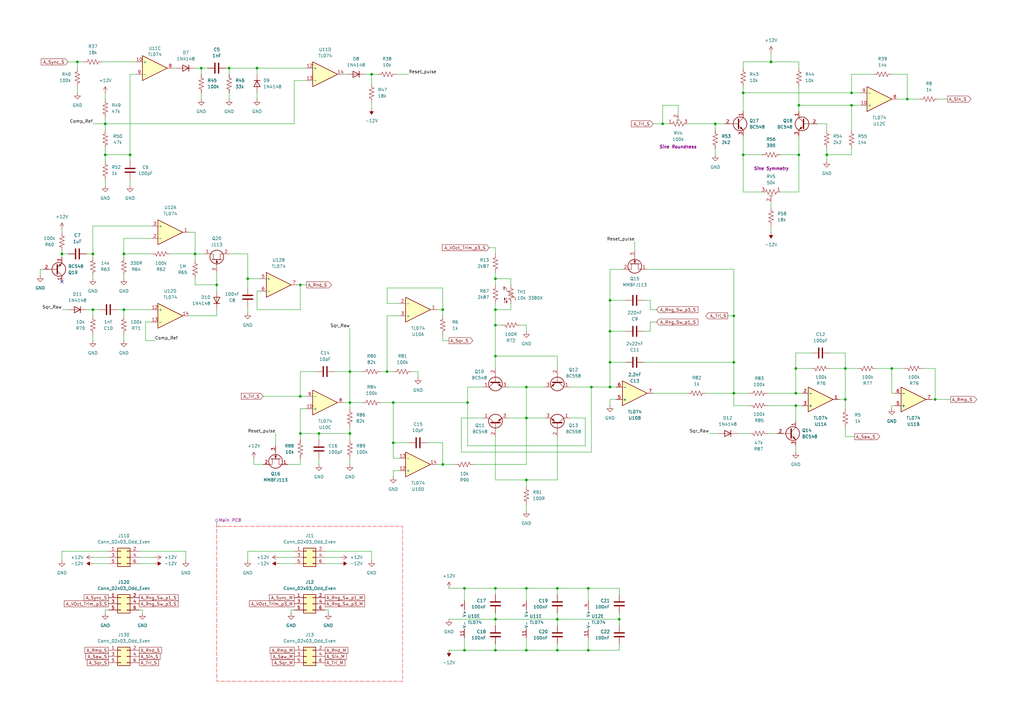
<source format=kicad_sch>
(kicad_sch (version 20250114) (generator "eeschema") (generator_version "9.0")
  (paper "A3")
  (title_block (company "DMH Instruments") (comment 1 "PCB for 10cm Kosmo format synthesizer module"))
  (junction (at 339.09 63.5))
  (junction (at 215.9 196.85))
  (junction (at 181.61 190.5))
  (junction (at 50.8 127))
  (junction (at 50.8 104.14))
  (junction (at 203.2 254))
  (junction (at 365.76 151.13))
  (junction (at 242.57 158.75))
  (junction (at 191.77 165.1))
  (junction (at 152.4 30.48))
  (junction (at 82.55 27.94))
  (junction (at 203.2 266.7))
  (junction (at 31.75 25.4))
  (junction (at 346.71 151.13))
  (junction (at 250.19 135.89))
  (junction (at 80.01 104.14))
  (junction (at 93.98 27.94))
  (junction (at 349.25 38.1))
  (junction (at 316.23 25.4))
  (junction (at 203.2 146.05))
  (junction (at 161.29 181.61))
  (junction (at 327.66 63.5))
  (junction (at 105.41 27.94))
  (junction (at 38.1 104.14))
  (junction (at 158.75 152.4))
  (junction (at 143.51 165.1))
  (junction (at 300.99 148.59))
  (junction (at 250.19 158.75))
  (junction (at 326.39 151.13))
  (junction (at 53.34 63.5))
  (junction (at 346.71 163.83))
  (junction (at 101.6 114.3))
  (junction (at 228.6 266.7))
  (junction (at 123.19 162.56))
  (junction (at 383.54 163.83))
  (junction (at 161.29 165.1))
  (junction (at 123.19 116.84))
  (junction (at 250.19 148.59))
  (junction (at 372.11 40.64))
  (junction (at 215.9 241.3))
  (junction (at 25.4 104.14))
  (junction (at 250.19 123.19))
  (junction (at 130.81 177.8))
  (junction (at 43.18 50.8))
  (junction (at 143.51 152.4))
  (junction (at 327.66 43.18))
  (junction (at 228.6 254))
  (junction (at 88.9 116.84))
  (junction (at 123.19 177.8))
  (junction (at 143.51 177.8))
  (junction (at 326.39 166.37))
  (junction (at 228.6 241.3))
  (junction (at 190.5 241.3))
  (junction (at 300.99 161.29))
  (junction (at 271.78 50.8))
  (junction (at 241.3 266.7))
  (junction (at 304.8 38.1))
  (junction (at 326.39 161.29))
  (junction (at 300.99 129.54))
  (junction (at 181.61 127))
  (junction (at 203.2 133.35))
  (junction (at 215.9 158.75))
  (junction (at 349.25 43.18))
  (junction (at 241.3 241.3))
  (junction (at 254 254))
  (junction (at 293.37 50.8))
  (junction (at 203.2 241.3))
  (junction (at 304.8 63.5))
  (junction (at 203.2 127))
  (junction (at 215.9 266.7))
  (junction (at 38.1 127))
  (junction (at 190.5 266.7))
  (junction (at 43.18 63.5))
  (junction (at 203.2 114.3))
  (junction (at 215.9 171.45))
  (no_connect (at 25.4 115.57))
  (wire (pts (xy 320.04 78.74) (xy 327.66 78.74)))
  (wire (pts (xy 130.81 177.8) (xy 130.81 180.34)))
  (wire (pts (xy 349.25 63.5) (xy 339.09 63.5)))
  (wire (pts (xy 181.61 118.11) (xy 181.61 127)))
  (wire (pts (xy 53.34 30.48) (xy 55.88 30.48)))
  (wire (pts (xy 200.66 101.6) (xy 203.2 101.6)))
  (wire (pts (xy 59.69 132.08) (xy 62.23 132.08)))
  (wire (pts (xy 228.6 254) (xy 228.6 256.54)))
  (wire (pts (xy 233.68 158.75) (xy 242.57 158.75)))
  (wire (pts (xy 77.47 95.25) (xy 80.01 95.25)))
  (wire (pts (xy 215.9 241.3) (xy 228.6 241.3)))
  (wire (pts (xy 346.71 144.78) (xy 346.71 151.13)))
  (wire (pts (xy 190.5 261.62) (xy 190.5 266.7)))
  (wire (pts (xy 43.18 38.1) (xy 43.18 40.64)))
  (wire (pts (xy 335.28 50.8) (xy 339.09 50.8)))
  (wire (pts (xy 123.19 127) (xy 123.19 116.84)))
  (wire (pts (xy 38.1 113.03) (xy 38.1 114.3)))
  (wire (pts (xy 250.19 135.89) (xy 250.19 148.59)))
  (wire (pts (xy 316.23 25.4) (xy 316.23 21.59)))
  (wire (pts (xy 163.83 193.04) (xy 161.29 193.04)))
  (wire (pts (xy 290.83 177.8) (xy 294.64 177.8)))
  (wire (pts (xy 130.81 177.8) (xy 143.51 177.8)))
  (wire (pts (xy 163.83 187.96) (xy 161.29 187.96)))
  (wire (pts (xy 365.76 151.13) (xy 365.76 161.29)))
  (wire (pts (xy 184.15 139.7) (xy 181.61 139.7)))
  (wire (pts (xy 161.29 181.61) (xy 167.64 181.61)))
  (wire (pts (xy 88.9 129.54) (xy 88.9 127)))
  (wire (pts (xy 123.19 167.64) (xy 125.73 167.64)))
  (wire (pts (xy 372.11 30.48) (xy 372.11 40.64)))
  (wire (pts (xy 123.19 177.8) (xy 130.81 177.8)))
  (wire (pts (xy 339.09 63.5) (xy 339.09 66.04)))
  (wire (pts (xy 359.41 151.13) (xy 365.76 151.13)))
  (wire (pts (xy 31.75 25.4) (xy 34.29 25.4)))
  (wire (pts (xy 105.41 30.48) (xy 105.41 27.94)))
  (wire (pts (xy 181.61 129.54) (xy 181.61 127)))
  (wire (pts (xy 152.4 226.06) (xy 152.4 229.87)))
  (wire (pts (xy 304.8 38.1) (xy 349.25 38.1)))
  (wire (pts (xy 304.8 63.5) (xy 312.42 63.5)))
  (wire (pts (xy 213.36 133.35) (xy 215.9 133.35)))
  (wire (pts (xy 205.74 133.35) (xy 203.2 133.35)))
  (wire (pts (xy 293.37 50.8) (xy 297.18 50.8)))
  (wire (pts (xy 191.77 165.1) (xy 191.77 182.88)))
  (wire (pts (xy 152.4 30.48) (xy 152.4 34.29)))
  (wire (pts (xy 314.96 161.29) (xy 326.39 161.29)))
  (wire (pts (xy 43.18 60.96) (xy 43.18 63.5)))
  (wire (pts (xy 143.51 152.4) (xy 143.51 165.1)))
  (wire (pts (xy 44.45 250.19) (xy 43.18 250.19)))
  (wire (pts (xy 228.6 196.85) (xy 228.6 179.07)))
  (wire (pts (xy 281.94 50.8) (xy 293.37 50.8)))
  (wire (pts (xy 264.16 123.19) (xy 266.7 123.19)))
  (wire (pts (xy 184.15 254) (xy 203.2 254)))
  (wire (pts (xy 143.51 175.26) (xy 143.51 177.8)))
  (wire (pts (xy 190.5 241.3) (xy 203.2 241.3)))
  (wire (pts (xy 114.3 228.6) (xy 120.65 228.6)))
  (wire (pts (xy 215.9 196.85) (xy 228.6 196.85)))
  (wire (pts (xy 43.18 48.26) (xy 43.18 50.8)))
  (wire (pts (xy 88.9 116.84) (xy 88.9 119.38)))
  (wire (pts (xy 367.03 166.37) (xy 365.76 166.37)))
  (wire (pts (xy 256.54 123.19) (xy 250.19 123.19)))
  (wire (pts (xy 365.76 166.37) (xy 365.76 167.64)))
  (wire (pts (xy 209.55 116.84) (xy 209.55 114.3)))
  (wire (pts (xy 241.3 246.38) (xy 241.3 241.3)))
  (wire (pts (xy 265.43 110.49) (xy 300.99 110.49)))
  (wire (pts (xy 38.1 137.16) (xy 38.1 139.7)))
  (wire (pts (xy 250.19 148.59) (xy 250.19 158.75)))
  (wire (pts (xy 143.51 177.8) (xy 143.51 180.34)))
  (wire (pts (xy 215.9 196.85) (xy 215.9 199.39)))
  (wire (pts (xy 121.92 116.84) (xy 123.19 116.84)))
  (wire (pts (xy 101.6 114.3) (xy 106.68 114.3)))
  (wire (pts (xy 215.9 190.5) (xy 215.9 171.45)))
  (wire (pts (xy 372.11 40.64) (xy 368.3 40.64)))
  (wire (pts (xy 266.7 127) (xy 266.7 123.19)))
  (wire (pts (xy 50.8 104.14) (xy 62.23 104.14)))
  (wire (pts (xy 240.03 171.45) (xy 233.68 171.45)))
  (wire (pts (xy 38.1 92.71) (xy 62.23 92.71)))
  (wire (pts (xy 35.56 104.14) (xy 38.1 104.14)))
  (wire (pts (xy 25.4 104.14) (xy 27.94 104.14)))
  (wire (pts (xy 50.8 127) (xy 50.8 129.54)))
  (wire (pts (xy 62.23 97.79) (xy 50.8 97.79)))
  (wire (pts (xy 256.54 148.59) (xy 250.19 148.59)))
  (wire (pts (xy 43.18 63.5) (xy 53.34 63.5)))
  (wire (pts (xy 203.2 264.16) (xy 203.2 266.7)))
  (wire (pts (xy 241.3 241.3) (xy 254 241.3)))
  (wire (pts (xy 203.2 114.3) (xy 209.55 114.3)))
  (wire (pts (xy 80.01 104.14) (xy 80.01 106.68)))
  (wire (pts (xy 158.75 129.54) (xy 158.75 152.4)))
  (wire (pts (xy 198.12 171.45) (xy 189.23 171.45)))
  (wire (pts (xy 339.09 50.8) (xy 339.09 53.34)))
  (wire (pts (xy 241.3 266.7) (xy 254 266.7)))
  (wire (pts (xy 123.19 177.8) (xy 123.19 180.34)))
  (wire (pts (xy 80.01 116.84) (xy 80.01 114.3)))
  (wire (pts (xy 158.75 124.46) (xy 158.75 118.11)))
  (wire (pts (xy 383.54 163.83) (xy 382.27 163.83)))
  (wire (pts (xy 113.03 177.8) (xy 113.03 182.88)))
  (wire (pts (xy 327.66 43.18) (xy 327.66 45.72)))
  (wire (pts (xy 143.51 134.62) (xy 143.51 152.4)))
  (wire (pts (xy 256.54 135.89) (xy 250.19 135.89)))
  (wire (pts (xy 228.6 251.46) (xy 228.6 254)))
  (wire (pts (xy 107.95 162.56) (xy 123.19 162.56)))
  (wire (pts (xy 203.2 146.05) (xy 203.2 151.13)))
  (wire (pts (xy 101.6 114.3) (xy 101.6 118.11)))
  (wire (pts (xy 242.57 185.42) (xy 242.57 158.75)))
  (wire (pts (xy 123.19 190.5) (xy 123.19 187.96)))
  (wire (pts (xy 326.39 166.37) (xy 326.39 172.72)))
  (wire (pts (xy 80.01 95.25) (xy 80.01 104.14)))
  (wire (pts (xy 241.3 261.62) (xy 241.3 266.7)))
  (wire (pts (xy 228.6 241.3) (xy 228.6 243.84)))
  (wire (pts (xy 129.54 152.4) (xy 123.19 152.4)))
  (wire (pts (xy 50.8 137.16) (xy 50.8 139.7)))
  (wire (pts (xy 304.8 35.56) (xy 304.8 38.1)))
  (wire (pts (xy 250.19 123.19) (xy 250.19 135.89)))
  (wire (pts (xy 38.1 104.14) (xy 38.1 105.41)))
  (wire (pts (xy 161.29 165.1) (xy 191.77 165.1)))
  (wire (pts (xy 304.8 27.94) (xy 304.8 25.4)))
  (wire (pts (xy 152.4 41.91) (xy 152.4 44.45)))
  (wire (pts (xy 203.2 114.3) (xy 203.2 116.84)))
  (wire (pts (xy 203.2 254) (xy 228.6 254)))
  (wire (pts (xy 101.6 104.14) (xy 101.6 114.3)))
  (wire (pts (xy 326.39 182.88) (xy 326.39 185.42)))
  (wire (pts (xy 123.19 167.64) (xy 123.19 177.8)))
  (wire (pts (xy 31.75 35.56) (xy 31.75 38.1)))
  (wire (pts (xy 125.73 33.02) (xy 120.65 33.02)))
  (wire (pts (xy 304.8 25.4) (xy 316.23 25.4)))
  (wire (pts (xy 181.61 190.5) (xy 181.61 181.61)))
  (wire (pts (xy 203.2 251.46) (xy 203.2 254)))
  (wire (pts (xy 300.99 148.59) (xy 300.99 161.29)))
  (wire (pts (xy 240.03 182.88) (xy 240.03 171.45)))
  (wire (pts (xy 43.18 50.8) (xy 120.65 50.8)))
  (wire (pts (xy 101.6 104.14) (xy 93.98 104.14)))
  (wire (pts (xy 59.69 139.7) (xy 63.5 139.7)))
  (wire (pts (xy 53.34 73.66) (xy 53.34 76.2)))
  (wire (pts (xy 191.77 182.88) (xy 240.03 182.88)))
  (wire (pts (xy 271.78 43.18) (xy 271.78 50.8)))
  (wire (pts (xy 162.56 30.48) (xy 167.64 30.48)))
  (wire (pts (xy 278.13 43.18) (xy 271.78 43.18)))
  (wire (pts (xy 266.7 127) (xy 269.24 127)))
  (wire (pts (xy 260.35 99.06) (xy 260.35 102.87)))
  (wire (pts (xy 179.07 190.5) (xy 181.61 190.5)))
  (wire (pts (xy 119.38 250.19) (xy 119.38 251.46)))
  (wire (pts (xy 82.55 38.1) (xy 82.55 40.64)))
  (wire (pts (xy 215.9 246.38) (xy 215.9 241.3)))
  (wire (pts (xy 316.23 82.55) (xy 316.23 85.09)))
  (wire (pts (xy 304.8 55.88) (xy 304.8 63.5)))
  (wire (pts (xy 215.9 158.75) (xy 223.52 158.75)))
  (wire (pts (xy 76.2 226.06) (xy 57.15 226.06)))
  (wire (pts (xy 215.9 241.3) (xy 203.2 241.3)))
  (wire (pts (xy 340.36 151.13) (xy 346.71 151.13)))
  (wire (pts (xy 189.23 171.45) (xy 189.23 185.42)))
  (wire (pts (xy 203.2 133.35) (xy 203.2 146.05)))
  (wire (pts (xy 93.98 27.94) (xy 93.98 30.48)))
  (wire (pts (xy 203.2 127) (xy 209.55 127)))
  (wire (pts (xy 43.18 73.66) (xy 43.18 76.2)))
  (wire (pts (xy 215.9 266.7) (xy 203.2 266.7)))
  (wire (pts (xy 101.6 125.73) (xy 101.6 128.27)))
  (wire (pts (xy 76.2 229.87) (xy 76.2 226.06)))
  (wire (pts (xy 143.51 187.96) (xy 143.51 190.5)))
  (wire (pts (xy 50.8 97.79) (xy 50.8 104.14)))
  (wire (pts (xy 93.98 27.94) (xy 105.41 27.94)))
  (wire (pts (xy 105.41 127) (xy 123.19 127)))
  (wire (pts (xy 123.19 152.4) (xy 123.19 162.56)))
  (wire (pts (xy 140.97 30.48) (xy 142.24 30.48)))
  (wire (pts (xy 50.8 113.03) (xy 50.8 114.3)))
  (wire (pts (xy 190.5 266.7) (xy 203.2 266.7)))
  (wire (pts (xy 254 251.46) (xy 254 254)))
  (wire (pts (xy 156.21 165.1) (xy 161.29 165.1)))
  (wire (pts (xy 346.71 163.83) (xy 344.17 163.83)))
  (wire (pts (xy 358.14 30.48) (xy 349.25 30.48)))
  (wire (pts (xy 184.15 241.3) (xy 190.5 241.3)))
  (wire (pts (xy 228.6 146.05) (xy 228.6 151.13)))
  (wire (pts (xy 326.39 144.78) (xy 326.39 151.13)))
  (wire (pts (xy 118.11 190.5) (xy 123.19 190.5)))
  (wire (pts (xy 92.71 27.94) (xy 93.98 27.94)))
  (wire (pts (xy 326.39 166.37) (xy 328.93 166.37)))
  (wire (pts (xy 255.27 110.49) (xy 250.19 110.49)))
  (wire (pts (xy 158.75 118.11) (xy 181.61 118.11)))
  (wire (pts (xy 41.91 25.4) (xy 55.88 25.4)))
  (wire (pts (xy 134.62 251.46) (xy 134.62 250.19)))
  (wire (pts (xy 372.11 40.64) (xy 377.19 40.64)))
  (wire (pts (xy 143.51 152.4) (xy 137.16 152.4)))
  (wire (pts (xy 105.41 38.1) (xy 105.41 40.64)))
  (wire (pts (xy 27.94 25.4) (xy 31.75 25.4)))
  (wire (pts (xy 370.84 151.13) (xy 365.76 151.13)))
  (wire (pts (xy 314.96 177.8) (xy 318.77 177.8)))
  (wire (pts (xy 346.71 179.07) (xy 346.71 175.26)))
  (wire (pts (xy 161.29 165.1) (xy 161.29 181.61)))
  (wire (pts (xy 203.2 196.85) (xy 215.9 196.85)))
  (wire (pts (xy 365.76 30.48) (xy 372.11 30.48)))
  (wire (pts (xy 228.6 264.16) (xy 228.6 266.7)))
  (wire (pts (xy 105.41 119.38) (xy 105.41 127)))
  (wire (pts (xy 161.29 193.04) (xy 161.29 195.58)))
  (wire (pts (xy 327.66 43.18) (xy 349.25 43.18)))
  (wire (pts (xy 191.77 158.75) (xy 191.77 165.1)))
  (wire (pts (xy 293.37 60.96) (xy 293.37 63.5)))
  (wire (pts (xy 250.19 110.49) (xy 250.19 123.19)))
  (wire (pts (xy 349.25 38.1) (xy 353.06 38.1)))
  (wire (pts (xy 82.55 27.94) (xy 82.55 30.48)))
  (wire (pts (xy 203.2 179.07) (xy 203.2 196.85)))
  (wire (pts (xy 316.23 92.71) (xy 316.23 95.25)))
  (wire (pts (xy 215.9 261.62) (xy 215.9 266.7)))
  (wire (pts (xy 340.36 144.78) (xy 346.71 144.78)))
  (wire (pts (xy 133.35 228.6) (xy 139.7 228.6)))
  (wire (pts (xy 149.86 30.48) (xy 152.4 30.48)))
  (wire (pts (xy 101.6 229.87) (xy 101.6 226.06)))
  (wire (pts (xy 158.75 129.54) (xy 163.83 129.54)))
  (wire (pts (xy 349.25 43.18) (xy 349.25 53.34)))
  (wire (pts (xy 203.2 146.05) (xy 228.6 146.05)))
  (wire (pts (xy 38.1 231.14) (xy 44.45 231.14)))
  (wire (pts (xy 266.7 132.08) (xy 266.7 135.89)))
  (wire (pts (xy 143.51 165.1) (xy 148.59 165.1)))
  (wire (pts (xy 179.07 127) (xy 181.61 127)))
  (wire (pts (xy 57.15 231.14) (xy 63.5 231.14)))
  (wire (pts (xy 215.9 207.01) (xy 215.9 209.55)))
  (wire (pts (xy 25.4 102.87) (xy 25.4 104.14)))
  (wire (pts (xy 82.55 27.94) (xy 85.09 27.94)))
  (wire (pts (xy 349.25 30.48) (xy 349.25 38.1)))
  (wire (pts (xy 184.15 266.7) (xy 190.5 266.7)))
  (wire (pts (xy 25.4 226.06) (xy 44.45 226.06)))
  (wire (pts (xy 25.4 93.98) (xy 25.4 95.25)))
  (wire (pts (xy 88.9 111.76) (xy 88.9 116.84)))
  (wire (pts (xy 43.18 50.8) (xy 43.18 53.34)))
  (wire (pts (xy 181.61 181.61) (xy 175.26 181.61)))
  (wire (pts (xy 383.54 151.13) (xy 383.54 163.83)))
  (wire (pts (xy 250.19 158.75) (xy 252.73 158.75)))
  (wire (pts (xy 38.1 127) (xy 40.64 127)))
  (wire (pts (xy 43.18 250.19) (xy 43.18 251.46)))
  (wire (pts (xy 278.13 46.99) (xy 278.13 43.18)))
  (wire (pts (xy 156.21 152.4) (xy 158.75 152.4)))
  (wire (pts (xy 106.68 119.38) (xy 105.41 119.38)))
  (wire (pts (xy 161.29 187.96) (xy 161.29 181.61)))
  (wire (pts (xy 123.19 116.84) (xy 125.73 116.84)))
  (wire (pts (xy 327.66 35.56) (xy 327.66 43.18)))
  (wire (pts (xy 77.47 129.54) (xy 88.9 129.54)))
  (wire (pts (xy 339.09 60.96) (xy 339.09 63.5)))
  (wire (pts (xy 346.71 151.13) (xy 351.79 151.13)))
  (wire (pts (xy 254 264.16) (xy 254 266.7)))
  (wire (pts (xy 252.73 163.83) (xy 250.19 163.83)))
  (wire (pts (xy 293.37 50.8) (xy 293.37 53.34)))
  (wire (pts (xy 208.28 171.45) (xy 215.9 171.45)))
  (wire (pts (xy 267.97 50.8) (xy 271.78 50.8)))
  (wire (pts (xy 80.01 27.94) (xy 82.55 27.94)))
  (wire (pts (xy 203.2 127) (xy 203.2 133.35)))
  (wire (pts (xy 326.39 151.13) (xy 326.39 161.29)))
  (wire (pts (xy 16.51 110.49) (xy 16.51 113.03)))
  (wire (pts (xy 203.2 241.3) (xy 203.2 243.84)))
  (wire (pts (xy 53.34 63.5) (xy 53.34 66.04)))
  (wire (pts (xy 38.1 228.6) (xy 44.45 228.6)))
  (wire (pts (xy 215.9 133.35) (xy 215.9 135.89)))
  (wire (pts (xy 50.8 104.14) (xy 50.8 105.41)))
  (wire (pts (xy 264.16 135.89) (xy 266.7 135.89)))
  (wire (pts (xy 50.8 127) (xy 62.23 127)))
  (wire (pts (xy 25.4 104.14) (xy 25.4 105.41)))
  (wire (pts (xy 38.1 92.71) (xy 38.1 104.14)))
  (wire (pts (xy 346.71 167.64) (xy 346.71 163.83)))
  (wire (pts (xy 203.2 101.6) (xy 203.2 104.14)))
  (wire (pts (xy 203.2 124.46) (xy 203.2 127)))
  (wire (pts (xy 327.66 63.5) (xy 327.66 78.74)))
  (wire (pts (xy 181.61 190.5) (xy 186.69 190.5)))
  (wire (pts (xy 289.56 161.29) (xy 300.99 161.29)))
  (wire (pts (xy 57.15 228.6) (xy 63.5 228.6)))
  (wire (pts (xy 215.9 266.7) (xy 228.6 266.7)))
  (wire (pts (xy 143.51 165.1) (xy 143.51 167.64)))
  (wire (pts (xy 69.85 104.14) (xy 80.01 104.14)))
  (wire (pts (xy 120.65 33.02) (xy 120.65 50.8)))
  (wire (pts (xy 16.51 110.49) (xy 17.78 110.49)))
  (wire (pts (xy 104.14 190.5) (xy 104.14 187.96)))
  (wire (pts (xy 48.26 127) (xy 50.8 127)))
  (wire (pts (xy 25.4 229.87) (xy 25.4 226.06)))
  (wire (pts (xy 302.26 177.8) (xy 307.34 177.8)))
  (wire (pts (xy 163.83 124.46) (xy 158.75 124.46)))
  (wire (pts (xy 332.74 151.13) (xy 326.39 151.13)))
  (wire (pts (xy 57.15 250.19) (xy 58.42 250.19)))
  (wire (pts (xy 133.35 231.14) (xy 139.7 231.14)))
  (wire (pts (xy 43.18 63.5) (xy 43.18 66.04)))
  (wire (pts (xy 264.16 148.59) (xy 300.99 148.59)))
  (wire (pts (xy 327.66 63.5) (xy 327.66 55.88)))
  (wire (pts (xy 190.5 241.3) (xy 190.5 246.38)))
  (wire (pts (xy 198.12 158.75) (xy 191.77 158.75)))
  (wire (pts (xy 59.69 132.08) (xy 59.69 139.7)))
  (wire (pts (xy 312.42 78.74) (xy 304.8 78.74)))
  (wire (pts (xy 25.4 127) (xy 27.94 127)))
  (wire (pts (xy 148.59 152.4) (xy 143.51 152.4)))
  (wire (pts (xy 266.7 132.08) (xy 269.24 132.08)))
  (wire (pts (xy 71.12 27.94) (xy 72.39 27.94)))
  (wire (pts (xy 189.23 185.42) (xy 242.57 185.42)))
  (wire (pts (xy 228.6 266.7) (xy 241.3 266.7)))
  (wire (pts (xy 300.99 110.49) (xy 300.99 129.54)))
  (wire (pts (xy 228.6 241.3) (xy 241.3 241.3)))
  (wire (pts (xy 38.1 50.8) (xy 43.18 50.8)))
  (wire (pts (xy 209.55 124.46) (xy 209.55 127)))
  (wire (pts (xy 134.62 250.19) (xy 133.35 250.19)))
  (wire (pts (xy 168.91 152.4) (xy 171.45 152.4)))
  (wire (pts (xy 38.1 127) (xy 38.1 129.54)))
  (wire (pts (xy 203.2 111.76) (xy 203.2 114.3)))
  (wire (pts (xy 228.6 254) (xy 254 254)))
  (wire (pts (xy 80.01 116.84) (xy 88.9 116.84)))
  (wire (pts (xy 120.65 250.19) (xy 119.38 250.19)))
  (wire (pts (xy 215.9 171.45) (xy 223.52 171.45)))
  (wire (pts (xy 304.8 38.1) (xy 304.8 45.72)))
  (wire (pts (xy 107.95 190.5) (xy 104.14 190.5)))
  (wire (pts (xy 254 241.3) (xy 254 243.84)))
  (wire (pts (xy 93.98 38.1) (xy 93.98 40.64)))
  (wire (pts (xy 31.75 25.4) (xy 31.75 27.94)))
  (wire (pts (xy 271.78 50.8) (xy 274.32 50.8)))
  (wire (pts (xy 383.54 163.83) (xy 389.89 163.83)))
  (wire (pts (xy 194.31 190.5) (xy 215.9 190.5)))
  (wire (pts (xy 327.66 27.94) (xy 327.66 25.4)))
  (wire (pts (xy 365.76 161.29) (xy 367.03 161.29)))
  (wire (pts (xy 349.25 60.96) (xy 349.25 63.5)))
  (wire (pts (xy 300.99 166.37) (xy 300.99 161.29)))
  (wire (pts (xy 298.45 129.54) (xy 300.99 129.54)))
  (wire (pts (xy 114.3 231.14) (xy 120.65 231.14)))
  (wire (pts (xy 378.46 151.13) (xy 383.54 151.13)))
  (wire (pts (xy 203.2 254) (xy 203.2 256.54)))
  (wire (pts (xy 133.35 226.06) (xy 152.4 226.06)))
  (wire (pts (xy 300.99 161.29) (xy 307.34 161.29)))
  (wire (pts (xy 300.99 129.54) (xy 300.99 148.59)))
  (wire (pts (xy 35.56 127) (xy 38.1 127)))
  (wire (pts (xy 250.19 163.83) (xy 250.19 166.37)))
  (wire (pts (xy 158.75 152.4) (xy 161.29 152.4)))
  (wire (pts (xy 140.97 165.1) (xy 143.51 165.1)))
  (wire (pts (xy 327.66 25.4) (xy 316.23 25.4)))
  (wire (pts (xy 349.25 43.18) (xy 353.06 43.18)))
  (wire (pts (xy 58.42 250.19) (xy 58.42 251.46)))
  (wire (pts (xy 215.9 158.75) (xy 215.9 171.45)))
  (wire (pts (xy 346.71 179.07) (xy 350.52 179.07)))
  (wire (pts (xy 307.34 166.37) (xy 300.99 166.37)))
  (wire (pts (xy 80.01 104.14) (xy 83.82 104.14)))
  (wire (pts (xy 346.71 151.13) (xy 346.71 163.83)))
  (wire (pts (xy 181.61 139.7) (xy 181.61 137.16)))
  (wire (pts (xy 130.81 187.96) (xy 130.81 190.5)))
  (wire (pts (xy 105.41 27.94) (xy 125.73 27.94)))
  (wire (pts (xy 101.6 226.06) (xy 120.65 226.06)))
  (wire (pts (xy 320.04 63.5) (xy 327.66 63.5)))
  (wire (pts (xy 208.28 158.75) (xy 215.9 158.75)))
  (wire (pts (xy 314.96 166.37) (xy 326.39 166.37)))
  (wire (pts (xy 304.8 78.74) (xy 304.8 63.5)))
  (wire (pts (xy 123.19 162.56) (xy 125.73 162.56)))
  (wire (pts (xy 53.34 30.48) (xy 53.34 63.5)))
  (wire (pts (xy 326.39 161.29) (xy 328.93 161.29)))
  (wire (pts (xy 254 254) (xy 254 256.54)))
  (wire (pts (xy 152.4 30.48) (xy 154.94 30.48)))
  (wire (pts (xy 384.81 40.64) (xy 388.62 40.64)))
  (wire (pts (xy 267.97 161.29) (xy 281.94 161.29)))
  (wire (pts (xy 242.57 158.75) (xy 250.19 158.75)))
  (wire (pts (xy 332.74 144.78) (xy 326.39 144.78)))
  (wire (pts (xy 171.45 152.4) (xy 171.45 154.94)))
  (label "Reset_pulse" (at 260.35 99.06 180))
  (label "Sqr_Raw" (at 143.51 134.62 180))
  (label "Sqr_Raw" (at 25.4 127 180))
  (label "Reset_pulse" (at 113.03 177.8 180))
  (label "Reset_pulse" (at 167.64 30.48 0))
  (label "Comp_Ref" (at 38.1 50.8 180))
  (label "Sqr_Raw" (at 290.83 177.8 180))
  (label "Comp_Ref" (at 63.5 139.7 0))
  (global_label "A_Tri_S" (shape input) (at 267.97 50.8 180) (property "Intersheetrefs" "${INTERSHEET_REFS}" (effects (hide yes))))
  (global_label "A_Rng_Sw_p3_S" (shape passive) (at 57.15 247.65 0) (property "Intersheetrefs" "${INTERSHEET_REFS}" (effects (hide yes))))
  (global_label "A_Rng_Sw_p3_S" (shape input) (at 269.24 127 0) (property "Intersheetrefs" "${INTERSHEET_REFS}" (effects (hide yes))))
  (global_label "A_Tri_S" (shape input) (at 107.95 162.56 180) (property "Intersheetrefs" "${INTERSHEET_REFS}" (effects (hide yes))))
  (global_label "A_Sqr_M" (shape passive) (at 120.65 271.78 180) (property "Intersheetrefs" "${INTERSHEET_REFS}" (effects (hide yes))))
  (global_label "A_VOct_Trim_p3_M" (shape passive) (at 120.65 247.65 180) (property "Intersheetrefs" "${INTERSHEET_REFS}" (effects (hide yes))))
  (global_label "A_VOct_Trim_p3_S" (shape passive) (at 44.45 247.65 180) (property "Intersheetrefs" "${INTERSHEET_REFS}" (effects (hide yes))))
  (global_label "A_Saw_S" (shape output) (at 350.52 179.07 0) (property "Intersheetrefs" "${INTERSHEET_REFS}" (effects (hide yes))))
  (global_label "A_Rng_Sw_p1_S" (shape passive) (at 57.15 245.11 0) (property "Intersheetrefs" "${INTERSHEET_REFS}" (effects (hide yes))))
  (global_label "A_Rnd_S" (shape output) (at 125.73 116.84 0) (property "Intersheetrefs" "${INTERSHEET_REFS}" (effects (hide yes))))
  (global_label "A_Sync_M" (shape passive) (at 120.65 245.11 180) (property "Intersheetrefs" "${INTERSHEET_REFS}" (effects (hide yes))))
  (global_label "A_Sin_M" (shape passive) (at 133.35 269.24 0) (property "Intersheetrefs" "${INTERSHEET_REFS}" (effects (hide yes))))
  (global_label "A_Sin_S" (shape output) (at 388.62 40.64 0) (property "Intersheetrefs" "${INTERSHEET_REFS}" (effects (hide yes))))
  (global_label "A_Sync_S" (shape input) (at 27.94 25.4 180) (property "Intersheetrefs" "${INTERSHEET_REFS}" (effects (hide yes))))
  (global_label "A_Tri_S" (shape output) (at 298.45 129.54 180) (property "Intersheetrefs" "${INTERSHEET_REFS}" (effects (hide yes))))
  (global_label "A_VOct_Trim_p3_S" (shape input) (at 200.66 101.6 180) (property "Intersheetrefs" "${INTERSHEET_REFS}" (effects (hide yes))))
  (global_label "A_Sync_S" (shape passive) (at 44.45 245.11 180) (property "Intersheetrefs" "${INTERSHEET_REFS}" (effects (hide yes))))
  (global_label "A_Sqr_S" (shape passive) (at 44.45 271.78 180) (property "Intersheetrefs" "${INTERSHEET_REFS}" (effects (hide yes))))
  (global_label "A_Rng_Sw_p3_M" (shape passive) (at 133.35 247.65 0) (property "Intersheetrefs" "${INTERSHEET_REFS}" (effects (hide yes))))
  (global_label "A_Rmp_S" (shape passive) (at 44.45 266.7 180) (property "Intersheetrefs" "${INTERSHEET_REFS}" (effects (hide yes))))
  (global_label "A_Saw_M" (shape passive) (at 120.65 269.24 180) (property "Intersheetrefs" "${INTERSHEET_REFS}" (effects (hide yes))))
  (global_label "A_Tri_M" (shape passive) (at 133.35 271.78 0) (property "Intersheetrefs" "${INTERSHEET_REFS}" (effects (hide yes))))
  (global_label "A_Rng_Sw_p1_M" (shape passive) (at 133.35 245.11 0) (property "Intersheetrefs" "${INTERSHEET_REFS}" (effects (hide yes))))
  (global_label "A_Rnd_S" (shape passive) (at 57.15 266.7 0) (property "Intersheetrefs" "${INTERSHEET_REFS}" (effects (hide yes))))
  (global_label "A_Rnd_M" (shape passive) (at 133.35 266.7 0) (property "Intersheetrefs" "${INTERSHEET_REFS}" (effects (hide yes))))
  (global_label "A_Rmp_S" (shape output) (at 389.89 163.83 0) (property "Intersheetrefs" "${INTERSHEET_REFS}" (effects (hide yes))))
  (global_label "A_Tri_S" (shape passive) (at 57.15 271.78 0) (property "Intersheetrefs" "${INTERSHEET_REFS}" (effects (hide yes))))
  (global_label "A_Sqr_S" (shape output) (at 184.15 139.7 0) (property "Intersheetrefs" "${INTERSHEET_REFS}" (effects (hide yes))))
  (global_label "A_Rmp_M" (shape passive) (at 120.65 266.7 180) (property "Intersheetrefs" "${INTERSHEET_REFS}" (effects (hide yes))))
  (global_label "A_Sin_S" (shape passive) (at 57.15 269.24 0) (property "Intersheetrefs" "${INTERSHEET_REFS}" (effects (hide yes))))
  (global_label "A_Saw_S" (shape passive) (at 44.45 269.24 180) (property "Intersheetrefs" "${INTERSHEET_REFS}" (effects (hide yes))))
  (global_label "A_Rng_Sw_p1_S" (shape input) (at 269.24 132.08 0) (property "Intersheetrefs" "${INTERSHEET_REFS}" (effects (hide yes))))
  (rule_area (polyline (pts (xy 88.9 215.9) (xy 165.1 215.9) (xy 165.1 279.4) (xy 88.9 279.4)) (stroke (width 0) (type dash))))
  (netclass_flag "" (length 2.54) (shape round) (at 88.9 215.9 0) (property "Component Class" "Main PCB" (at 89.5985 213.36 0) (effects (font (italic yes)) (justify left))))
  (symbol (lib_id "Connector_Generic:Conn_02x03_Odd_Even") (at 49.53 228.6 0) (unit 1)
    (property "Reference" "J110" (at 50.8 219.71 0))
    (property "Value" "Conn_02x03_Odd_Even" (at 50.8 222.25 0))
    (property "Footprint" "Connector_PinHeader_2.54mm:PinHeader_2x03_P2.54mm_Horizontal" (effects (hide yes)))
    (property "Description" "Generic connector, double row, 02x03, odd/even pin numbering scheme (row 1 odd numbers, row 2 even numbers), script generated (kicad-library-utils/schlib/autogen/connector/)" (effects (hide yes)))
  )
  (symbol (lib_id "Amplifier_Operational:TL074") (at 243.84 254 0) (unit 5)
    (property "Reference" "U12" (at 242.57 252.7299 0) (effects (justify left)))
    (property "Value" "TL074" (at 242.57 255.2699 0) (effects (justify left)))
    (property "Footprint" "Package_DIP:DIP-14_W7.62mm_Socket" (effects (hide yes)))
    (property "Datasheet" "http://www.ti.com/lit/ds/symlink/tl071.pdf" (effects (hide yes)))
    (property "Description" "Quad Low-Noise JFET-Input Operational Amplifiers, DIP-14/SOIC-14" (effects (hide yes)))
  )
  (symbol (lib_id "power:+12V") (at 38.1 228.6 90) (unit 1)
    (property "Reference" "#PWR084" (effects (hide yes)))
    (property "Value" "+12V" (at 34.29 228.5999 90) (effects (justify left)))
    (property "Description" "Power symbol creates a global label with name \"+12V\"" (effects (hide yes)))
  )
  (symbol (lib_id "Amplifier_Operational:TL074") (at 336.55 163.83 0) (mirror x) (unit 1)
    (property "Reference" "U11" (at 336.55 173.99 0))
    (property "Value" "TL074" (at 336.55 171.45 0))
    (property "Footprint" "Package_DIP:DIP-14_W7.62mm_Socket" (effects (hide yes)))
    (property "Datasheet" "http://www.ti.com/lit/ds/symlink/tl071.pdf" (effects (hide yes)))
    (property "Description" "Quad Low-Noise JFET-Input Operational Amplifiers, DIP-14/SOIC-14" (effects (hide yes)))
  )
  (symbol (lib_id "power:GND") (at 339.09 66.04 0) (unit 1)
    (property "Reference" "#PWR050" (effects (hide yes)))
    (property "Value" "GND" (at 339.09 71.12 0))
    (property "Description" "Power symbol creates a global label with name \"GND\" , ground" (effects (hide yes)))
  )
  (symbol (lib_id "power:GND") (at 43.18 251.46 0) (unit 1)
    (property "Reference" "#PWR026" (effects (hide yes)))
    (property "Value" "GND" (at 43.18 256.54 0))
    (property "Description" "Power symbol creates a global label with name \"GND\" , ground" (effects (hide yes)))
  )
  (symbol (lib_id "power:GND") (at 101.6 128.27 0) (unit 1)
    (property "Reference" "#PWR066" (effects (hide yes)))
    (property "Value" "GND" (at 101.6 133.35 0))
    (property "Description" "Power symbol creates a global label with name \"GND\" , ground" (effects (hide yes)))
  )
  (symbol (lib_id "Device:R_US") (at 82.55 34.29 0) (unit 1) (on_board no)
    (property "Reference" "R45" (at 85.09 33.0199 0) (effects (justify left)))
    (property "Value" "100k" (at 85.09 35.5599 0) (effects (justify left)))
    (property "Footprint" "Resistor_THT:R_Axial_DIN0207_L6.3mm_D2.5mm_P7.62mm_Horizontal" (effects (hide yes)))
    (property "Description" "Resistor, US symbol" (effects (hide yes)))
  )
  (symbol (lib_id "Device:D") (at 88.9 123.19 270) (mirror x) (unit 1)
    (property "Reference" "D10" (at 86.36 121.9199 90) (effects (justify right)))
    (property "Value" "1N4148" (at 86.36 124.4599 90) (effects (justify right)))
    (property "Footprint" "Diode_THT:D_DO-35_SOD27_P7.62mm_Horizontal" (effects (hide yes)))
    (property "Description" "Diode" (effects (hide yes)))
    (property "Sim.Device" "D" (effects (hide yes)))
    (property "Sim.Pins" "1=K 2=A" (effects (hide yes)))
  )
  (symbol (lib_id "power:-12V") (at 38.1 231.14 90) (unit 1)
    (property "Reference" "#PWR087" (effects (hide yes)))
    (property "Value" "-12V" (at 34.29 231.1399 90) (effects (justify left)))
    (property "Description" "Power symbol creates a global label with name \"-12V\"" (effects (hide yes)))
  )
  (symbol (lib_id "power:GND") (at 50.8 114.3 0) (unit 1)
    (property "Reference" "#PWR061" (effects (hide yes)))
    (property "Value" "GND" (at 50.8 119.38 0))
    (property "Description" "Power symbol creates a global label with name \"GND\" , ground" (effects (hide yes)))
  )
  (symbol (lib_id "Device:R_US") (at 143.51 171.45 0) (unit 1)
    (property "Reference" "R86" (at 146.05 170.1799 0) (effects (justify left)))
    (property "Value" "82k" (at 146.05 172.7199 0) (effects (justify left)))
    (property "Footprint" "Resistor_THT:R_Axial_DIN0207_L6.3mm_D2.5mm_P7.62mm_Horizontal" (effects (hide yes)))
    (property "Description" "Resistor, US symbol" (effects (hide yes)))
  )
  (symbol (lib_id "power:GND") (at 326.39 185.42 0) (unit 1) (on_board no)
    (property "Reference" "#PWR090" (effects (hide yes)))
    (property "Value" "GND" (at 326.39 190.5 0))
    (property "Description" "Power symbol creates a global label with name \"GND\" , ground" (effects (hide yes)))
  )
  (symbol (lib_id "Amplifier_Operational:TL074") (at 133.35 165.1 0) (mirror x) (unit 3)
    (property "Reference" "U10" (at 133.35 175.26 0))
    (property "Value" "TL074" (at 133.35 172.72 0))
    (property "Footprint" "Package_DIP:DIP-14_W7.62mm_Socket" (effects (hide yes)))
    (property "Datasheet" "http://www.ti.com/lit/ds/symlink/tl071.pdf" (effects (hide yes)))
    (property "Description" "Quad Low-Noise JFET-Input Operational Amplifiers, DIP-14/SOIC-14" (effects (hide yes)))
  )
  (symbol (lib_id "power:GND") (at 58.42 251.46 0) (unit 1)
    (property "Reference" "#PWR027" (effects (hide yes)))
    (property "Value" "GND" (at 58.42 256.54 0))
    (property "Description" "Power symbol creates a global label with name \"GND\" , ground" (effects (hide yes)))
  )
  (symbol (lib_id "Device:R_US") (at 66.04 104.14 270) (mirror x) (unit 1)
    (property "Reference" "R62" (at 66.04 110.49 90))
    (property "Value" "100k" (at 66.04 107.95 90))
    (property "Footprint" "Resistor_THT:R_Axial_DIN0207_L6.3mm_D2.5mm_P7.62mm_Horizontal" (effects (hide yes)))
    (property "Description" "Resistor, US symbol" (effects (hide yes)))
  )
  (symbol (lib_id "Device:C") (at 260.35 123.19 90) (mirror x) (unit 1)
    (property "Reference" "C9" (at 260.35 130.81 90))
    (property "Value" "220nF" (at 260.35 128.27 90))
    (property "Footprint" "Capacitor_THT:C_Disc_D4.3mm_W1.9mm_P5.00mm" (effects (hide yes)))
    (property "Description" "Unpolarized capacitor" (effects (hide yes)))
  )
  (symbol (lib_id "power:GND") (at 161.29 195.58 0) (unit 1)
    (property "Reference" "#PWR095" (effects (hide yes)))
    (property "Value" "GND" (at 161.29 200.66 0))
    (property "Description" "Power symbol creates a global label with name \"GND\" , ground" (effects (hide yes)))
  )
  (symbol (lib_id "Device:R_US") (at 374.65 151.13 90) (mirror x) (unit 1) (on_board no)
    (property "Reference" "R79" (at 374.904 157.226 90))
    (property "Value" "100k" (at 374.904 154.686 90))
    (property "Footprint" "Resistor_THT:R_Axial_DIN0207_L6.3mm_D2.5mm_P7.62mm_Horizontal" (effects (hide yes)))
    (property "Description" "Resistor, US symbol" (effects (hide yes)))
  )
  (symbol (lib_id "Device:R_US") (at 38.1 25.4 90) (unit 1) (on_board no)
    (property "Reference" "R37" (at 38.1 19.05 90))
    (property "Value" "18k" (at 38.1 21.59 90))
    (property "Footprint" "Resistor_THT:R_Axial_DIN0207_L6.3mm_D2.5mm_P7.62mm_Horizontal" (effects (hide yes)))
    (property "Description" "Resistor, US symbol" (effects (hide yes)))
  )
  (symbol (lib_id "Device:R_US") (at 311.15 177.8 90) (mirror x) (unit 1) (on_board no)
    (property "Reference" "R87" (at 311.15 184.15 90))
    (property "Value" "47k" (at 311.15 181.61 90))
    (property "Footprint" "Resistor_THT:R_Axial_DIN0207_L6.3mm_D2.5mm_P7.62mm_Horizontal" (effects (hide yes)))
    (property "Description" "Resistor, US symbol" (effects (hide yes)))
  )
  (symbol (lib_id "power:GND") (at 16.51 113.03 0) (unit 1)
    (property "Reference" "#PWR055" (effects (hide yes)))
    (property "Value" "GND" (at 16.51 118.11 0))
    (property "Description" "Power symbol creates a global label with name \"GND\" , ground" (effects (hide yes)))
  )
  (symbol (lib_id "Device:R_US") (at 203.2 120.65 0) (mirror y) (unit 1)
    (property "Reference" "R67" (at 200.66 119.3799 0) (effects (justify left)))
    (property "Value" "2k87" (at 200.66 121.9199 0) (effects (justify left)))
    (property "Footprint" "Resistor_THT:R_Axial_DIN0207_L6.3mm_D2.5mm_P7.62mm_Horizontal" (effects (hide yes)))
    (property "Description" "Resistor, US symbol" (effects (hide yes)))
  )
  (symbol (lib_id "Connector_Generic:Conn_02x03_Odd_Even") (at 125.73 269.24 0) (unit 1)
    (property "Reference" "J13" (at 127 260.35 0))
    (property "Value" "Conn_02x03_Odd_Even" (at 127 262.89 0))
    (property "Footprint" "Connector_PinSocket_2.54mm:PinSocket_2x03_P2.54mm_Vertical" (effects (hide yes)))
    (property "Description" "Generic connector, double row, 02x03, odd/even pin numbering scheme (row 1 odd numbers, row 2 even numbers), script generated (kicad-library-utils/schlib/autogen/connector/)" (effects (hide yes)))
  )
  (symbol (lib_id "power:GND") (at 184.15 254 0) (unit 1)
    (property "Reference" "#PWR099" (effects (hide yes)))
    (property "Value" "GND" (at 184.15 259.08 0))
    (property "Description" "Power symbol creates a global label with name \"GND\" , ground" (effects (hide yes)))
  )
  (symbol (lib_id "Device:R_US") (at 381 40.64 90) (unit 1)
    (property "Reference" "R8" (at 381 34.29 90))
    (property "Value" "1k" (at 381 36.83 90))
    (property "Footprint" "Resistor_THT:R_Axial_DIN0207_L6.3mm_D2.5mm_P7.62mm_Horizontal" (effects (hide yes)))
    (property "Description" "Resistor, US symbol" (effects (hide yes)))
  )
  (symbol (lib_id "Amplifier_Operational:TL074") (at 69.85 95.25 0) (unit 1)
    (property "Reference" "U12" (at 69.85 85.09 0))
    (property "Value" "TL074" (at 69.85 87.63 0))
    (property "Footprint" "Package_DIP:DIP-14_W7.62mm_Socket" (effects (hide yes)))
    (property "Datasheet" "http://www.ti.com/lit/ds/symlink/tl071.pdf" (effects (hide yes)))
    (property "Description" "Quad Low-Noise JFET-Input Operational Amplifiers, DIP-14/SOIC-14" (effects (hide yes)))
  )
  (symbol (lib_id "Transistor_BJT:BC548") (at 203.2 173.99 90) (unit 1)
    (property "Reference" "Q11" (at 196.85 174.498 90))
    (property "Value" "BC548" (at 196.85 177.038 90))
    (property "Footprint" "Package_TO_SOT_THT:TO-92L_Inline_Wide" (effects (hide yes)))
    (property "Datasheet" "https://www.onsemi.com/pub/Collateral/BC550-D.pdf" (effects (hide yes)))
    (property "Description" "0.1A Ic, 30V Vce, Small Signal NPN Transistor, TO-92" (effects (hide yes)))
    (property "Sim.Device" "NPN" (effects (hide yes)))
    (property "Sim.Pins" "1=C 2=B 3=E" (effects (hide yes)))
  )
  (symbol (lib_id "Device:R_US") (at 355.6 151.13 90) (mirror x) (unit 1) (on_board no)
    (property "Reference" "R77" (at 355.854 157.226 90))
    (property "Value" "100k" (at 355.854 154.686 90))
    (property "Footprint" "Resistor_THT:R_Axial_DIN0207_L6.3mm_D2.5mm_P7.62mm_Horizontal" (effects (hide yes)))
    (property "Description" "Resistor, US symbol" (effects (hide yes)))
  )
  (symbol (lib_id "power:GND") (at 215.9 135.89 0) (unit 1)
    (property "Reference" "#PWR070" (effects (hide yes)))
    (property "Value" "GND" (at 215.9 140.97 0))
    (property "Description" "Power symbol creates a global label with name \"GND\" , ground" (effects (hide yes)))
  )
  (symbol (lib_id "Device:R_US") (at 152.4 165.1 270) (unit 1)
    (property "Reference" "R84" (at 152.4 158.75 90))
    (property "Value" "100k" (at 152.4 161.29 90))
    (property "Footprint" "Resistor_THT:R_Axial_DIN0207_L6.3mm_D2.5mm_P7.62mm_Horizontal" (effects (hide yes)))
    (property "Description" "Resistor, US symbol" (effects (hide yes)))
  )
  (symbol (lib_id "power:GND") (at 215.9 209.55 0) (unit 1)
    (property "Reference" "#PWR096" (effects (hide yes)))
    (property "Value" "GND" (at 215.9 214.63 0))
    (property "Description" "Power symbol creates a global label with name \"GND\" , ground" (effects (hide yes)))
  )
  (symbol (lib_id "Device:R_Potentiometer_Trim_US") (at 316.23 78.74 270) (unit 1)
    (property "Reference" "RV5" (at 316.23 72.39 90))
    (property "Value" "50k" (at 316.23 74.93 90))
    (property "Footprint" "Potentiometer_THT:Potentiometer_Bourns_3296W_Vertical" (effects (hide yes)))
    (property "Function" "Sine Symmetry" (at 316.23 69.088 90) (effects (font (bold yes) (italic yes))))
  )
  (symbol (lib_id "power:GND") (at 152.4 229.87 0) (unit 1)
    (property "Reference" "#PWR062" (effects (hide yes)))
    (property "Value" "GND" (at 152.4 234.95 0))
    (property "Description" "Power symbol creates a global label with name \"GND\" , ground" (effects (hide yes)))
  )
  (symbol (lib_id "Device:R_US") (at 50.8 109.22 0) (mirror y) (unit 1)
    (property "Reference" "R64" (at 55.88 110.49 0))
    (property "Value" "330R" (at 55.88 107.95 0))
    (property "Footprint" "Resistor_THT:R_Axial_DIN0207_L6.3mm_D2.5mm_P7.62mm_Horizontal" (effects (hide yes)))
    (property "Description" "Resistor, US symbol" (effects (hide yes)))
  )
  (symbol (lib_id "power:GND") (at 50.8 139.7 0) (unit 1)
    (property "Reference" "#PWR068" (effects (hide yes)))
    (property "Value" "GND" (at 50.8 144.78 0))
    (property "Description" "Power symbol creates a global label with name \"GND\" , ground" (effects (hide yes)))
  )
  (symbol (lib_id "Device:C") (at 53.34 69.85 0) (mirror x) (unit 1)
    (property "Reference" "C6" (at 59.69 68.58 0))
    (property "Value" "100pF" (at 59.69 71.12 0))
    (property "Footprint" "Capacitor_THT:C_Disc_D4.3mm_W1.9mm_P5.00mm" (effects (hide yes)))
    (property "Description" "Unpolarized capacitor" (effects (hide yes)))
  )
  (symbol (lib_id "Device:R_US") (at 311.15 166.37 90) (mirror x) (unit 1) (on_board no)
    (property "Reference" "R85" (at 311.404 172.466 90))
    (property "Value" "100k" (at 311.404 169.926 90))
    (property "Footprint" "Resistor_THT:R_Axial_DIN0207_L6.3mm_D2.5mm_P7.62mm_Horizontal" (effects (hide yes)))
    (property "Description" "Resistor, US symbol" (effects (hide yes)))
  )
  (symbol (lib_id "power:GND") (at 43.18 76.2 0) (unit 1) (on_board no)
    (property "Reference" "#PWR047" (effects (hide yes)))
    (property "Value" "GND" (at 43.18 81.28 0))
    (property "Description" "Power symbol creates a global label with name \"GND\" , ground" (effects (hide yes)))
  )
  (symbol (lib_id "Device:R_US") (at 361.95 30.48 90) (unit 1)
    (property "Reference" "R39" (at 361.95 24.13 90))
    (property "Value" "14k" (at 361.95 26.67 90))
    (property "Footprint" "Resistor_THT:R_Axial_DIN0207_L6.3mm_D2.5mm_P7.62mm_Horizontal" (effects (hide yes)))
    (property "Description" "Resistor, US symbol" (effects (hide yes)))
  )
  (symbol (lib_id "Device:R_US") (at 316.23 63.5 90) (unit 1)
    (property "Reference" "R56" (at 316.23 57.15 90))
    (property "Value" "390" (at 316.23 59.69 90))
    (property "Footprint" "Resistor_THT:R_Axial_DIN0207_L6.3mm_D2.5mm_P7.62mm_Horizontal" (effects (hide yes)))
    (property "Description" "Resistor, US symbol" (effects (hide yes)))
  )
  (symbol (lib_id "power:GND") (at 25.4 229.87 0) (unit 1)
    (property "Reference" "#PWR056" (effects (hide yes)))
    (property "Value" "GND" (at 25.4 234.95 0))
    (property "Description" "Power symbol creates a global label with name \"GND\" , ground" (effects (hide yes)))
  )
  (symbol (lib_id "Device:R_US") (at 43.18 57.15 0) (mirror y) (unit 1)
    (property "Reference" "R50" (at 48.26 55.88 0))
    (property "Value" "47k" (at 48.26 58.42 0))
    (property "Footprint" "Resistor_THT:R_Axial_DIN0207_L6.3mm_D2.5mm_P7.62mm_Horizontal" (effects (hide yes)))
    (property "Description" "Resistor, US symbol" (effects (hide yes)))
  )
  (symbol (lib_id "Transistor_FET:MMBFJ113") (at 113.03 187.96 270) (unit 1)
    (property "Reference" "Q16" (at 113.03 194.31 90))
    (property "Value" "MMBFJ113" (at 113.03 196.85 90))
    (property "Footprint" "Package_TO_SOT_SMD:SOT-23" (effects (hide yes)))
    (property "Datasheet" "https://www.onsemi.com/pub/Collateral/MMBFJ113-D.PDF" (effects (hide yes)))
    (property "Description" "2mA min, 35V, 100mOhm max, 0.5-3V Vgs(off), N-Channel JFET, SOT-23" (effects (hide yes)))
  )
  (symbol (lib_id "Device:R_US") (at 158.75 30.48 270) (unit 1)
    (property "Reference" "R38" (at 158.75 24.13 90))
    (property "Value" "10k" (at 158.75 26.67 90))
    (property "Footprint" "Resistor_THT:R_Axial_DIN0207_L6.3mm_D2.5mm_P7.62mm_Horizontal" (effects (hide yes)))
    (property "Description" "Resistor, US symbol" (effects (hide yes)))
  )
  (symbol (lib_id "Device:R_US") (at 190.5 190.5 270) (mirror x) (unit 1)
    (property "Reference" "R90" (at 190.5 196.85 90))
    (property "Value" "10k" (at 190.5 194.31 90))
    (property "Footprint" "Resistor_THT:R_Axial_DIN0207_L6.3mm_D2.5mm_P7.62mm_Horizontal" (effects (hide yes)))
    (property "Description" "Resistor, US symbol" (effects (hide yes)))
  )
  (symbol (lib_id "Device:R_US") (at 346.71 171.45 0) (mirror x) (unit 1) (on_board no)
    (property "Reference" "R5" (at 351.79 170.18 0))
    (property "Value" "1k" (at 351.79 172.72 0))
    (property "Footprint" "Resistor_THT:R_Axial_DIN0207_L6.3mm_D2.5mm_P7.62mm_Horizontal" (effects (hide yes)))
    (property "Description" "Resistor, US symbol" (effects (hide yes)))
  )
  (symbol (lib_id "power:GND") (at 53.34 76.2 0) (mirror y) (unit 1) (on_board no)
    (property "Reference" "#PWR048" (effects (hide yes)))
    (property "Value" "GND" (at 53.34 81.28 0))
    (property "Description" "Power symbol creates a global label with name \"GND\" , ground" (effects (hide yes)))
  )
  (symbol (lib_id "power:-12V") (at 316.23 95.25 180) (unit 1)
    (property "Reference" "#PWR052" (effects (hide yes)))
    (property "Value" "-12V" (at 316.23 100.33 0))
    (property "Description" "Power symbol creates a global label with name \"-12V\"" (effects (hide yes)))
  )
  (symbol (lib_id "Diode:1N4148") (at 105.41 34.29 270) (unit 1)
    (property "Reference" "D9" (at 107.95 33.0199 90) (effects (justify left)))
    (property "Value" "1N4148" (at 107.95 35.5599 90) (effects (justify left)))
    (property "Footprint" "Diode_THT:D_DO-35_SOD27_P7.62mm_Horizontal" (effects (hide yes)))
    (property "Datasheet" "https://assets.nexperia.com/documents/data-sheet/1N4148_1N4448.pdf" (effects (hide yes)))
    (property "Description" "100V 0.15A standard switching diode, DO-35" (effects (hide yes)))
    (property "Sim.Device" "D" (effects (hide yes)))
    (property "Sim.Pins" "1=K 2=A" (effects (hide yes)))
  )
  (symbol (lib_id "Amplifier_Operational:TL074") (at 193.04 254 0) (unit 5)
    (property "Reference" "U10" (at 191.77 252.7299 0) (effects (justify left)))
    (property "Value" "TL074" (at 191.77 255.2699 0) (effects (justify left)))
    (property "Footprint" "Package_DIP:DIP-14_W7.62mm_Socket" (effects (hide yes)))
    (property "Datasheet" "http://www.ti.com/lit/ds/symlink/tl071.pdf" (effects (hide yes)))
    (property "Description" "Quad Low-Noise JFET-Input Operational Amplifiers, DIP-14/SOIC-14" (effects (hide yes)))
  )
  (symbol (lib_id "Transistor_FET:MMBFJ113") (at 260.35 107.95 270) (unit 1)
    (property "Reference" "Q15" (at 260.35 114.3 90))
    (property "Value" "MMBFJ113" (at 260.35 116.84 90))
    (property "Footprint" "Package_TO_SOT_SMD:SOT-23" (effects (hide yes)))
    (property "Datasheet" "https://www.onsemi.com/pub/Collateral/MMBFJ113-D.PDF" (effects (hide yes)))
    (property "Description" "2mA min, 35V, 100mOhm max, 0.5-3V Vgs(off), N-Channel JFET, SOT-23" (effects (hide yes)))
  )
  (symbol (lib_id "Device:R_US") (at 203.2 107.95 0) (mirror y) (unit 1)
    (property "Reference" "R13" (at 200.66 106.6799 0) (effects (justify left)))
    (property "Value" "2k87" (at 200.66 109.2199 0) (effects (justify left)))
    (property "Footprint" "Resistor_THT:R_Axial_DIN0207_L6.3mm_D2.5mm_P7.62mm_Horizontal" (effects (hide yes)))
    (property "Description" "Resistor, US symbol" (effects (hide yes)))
  )
  (symbol (lib_id "Device:R_US") (at 293.37 57.15 0) (unit 1)
    (property "Reference" "R53" (at 295.91 55.8799 0) (effects (justify left)))
    (property "Value" "2k2" (at 295.91 58.4199 0) (effects (justify left)))
    (property "Footprint" "Resistor_THT:R_Axial_DIN0207_L6.3mm_D2.5mm_P7.62mm_Horizontal" (effects (hide yes)))
    (property "Description" "Resistor, US symbol" (effects (hide yes)))
  )
  (symbol (lib_id "Diode:1N4148") (at 76.2 27.94 180) (unit 1)
    (property "Reference" "D7" (at 76.2 21.59 0))
    (property "Value" "1N4148" (at 76.2 24.13 0))
    (property "Footprint" "Diode_THT:D_DO-35_SOD27_P7.62mm_Horizontal" (effects (hide yes)))
    (property "Datasheet" "https://assets.nexperia.com/documents/data-sheet/1N4148_1N4448.pdf" (effects (hide yes)))
    (property "Description" "100V 0.15A standard switching diode, DO-35" (effects (hide yes)))
    (property "Sim.Device" "D" (effects (hide yes)))
    (property "Sim.Pins" "1=K 2=A" (effects (hide yes)))
  )
  (symbol (lib_id "Device:R_US") (at 80.01 110.49 0) (unit 1)
    (property "Reference" "R65" (at 74.93 111.76 0))
    (property "Value" "1M" (at 74.93 109.22 0))
    (property "Footprint" "Resistor_THT:R_Axial_DIN0207_L6.3mm_D2.5mm_P7.62mm_Horizontal" (effects (hide yes)))
    (property "Description" "Resistor, US symbol" (effects (hide yes)))
  )
  (symbol (lib_id "power:GND") (at 82.55 40.64 0) (unit 1) (on_board no)
    (property "Reference" "#PWR041" (effects (hide yes)))
    (property "Value" "GND" (at 82.55 45.72 0))
    (property "Description" "Power symbol creates a global label with name \"GND\" , ground" (effects (hide yes)))
  )
  (symbol (lib_id "Device:R_US") (at 349.25 57.15 0) (unit 1)
    (property "Reference" "R55" (at 351.79 55.8799 0) (effects (justify left)))
    (property "Value" "14k" (at 351.79 58.4199 0) (effects (justify left)))
    (property "Footprint" "Resistor_THT:R_Axial_DIN0207_L6.3mm_D2.5mm_P7.62mm_Horizontal" (effects (hide yes)))
    (property "Description" "Resistor, US symbol" (effects (hide yes)))
  )
  (symbol (lib_id "Transistor_BJT:BC548") (at 203.2 156.21 90) (mirror x) (unit 1)
    (property "Reference" "Q10" (at 196.596 152.4 90))
    (property "Value" "BC548" (at 196.596 154.94 90))
    (property "Footprint" "Package_TO_SOT_THT:TO-92L_Inline_Wide" (effects (hide yes)))
    (property "Datasheet" "https://www.onsemi.com/pub/Collateral/BC550-D.pdf" (effects (hide yes)))
    (property "Description" "0.1A Ic, 30V Vce, Small Signal NPN Transistor, TO-92" (effects (hide yes)))
    (property "Sim.Device" "NPN" (effects (hide yes)))
    (property "Sim.Pins" "1=C 2=B 3=E" (effects (hide yes)))
  )
  (symbol (lib_id "power:-12V") (at 184.15 266.7 180) (unit 1)
    (property "Reference" "#PWR0100" (effects (hide yes)))
    (property "Value" "-12V" (at 184.15 271.78 0))
    (property "Description" "Power symbol creates a global label with name \"-12V\"" (effects (hide yes)))
  )
  (symbol (lib_id "Amplifier_Operational:TL074") (at 133.35 30.48 0) (unit 4)
    (property "Reference" "U11" (at 133.35 20.32 0))
    (property "Value" "TL074" (at 133.35 22.86 0))
    (property "Footprint" "Package_DIP:DIP-14_W7.62mm_Socket" (effects (hide yes)))
    (property "Datasheet" "http://www.ti.com/lit/ds/symlink/tl071.pdf" (effects (hide yes)))
    (property "Description" "Quad Low-Noise JFET-Input Operational Amplifiers, DIP-14/SOIC-14" (effects (hide yes)))
  )
  (symbol (lib_id "Device:R_US") (at 152.4 152.4 270) (unit 1)
    (property "Reference" "R80" (at 152.4 146.05 90))
    (property "Value" "82k" (at 152.4 148.59 90))
    (property "Footprint" "Resistor_THT:R_Axial_DIN0207_L6.3mm_D2.5mm_P7.62mm_Horizontal" (effects (hide yes)))
    (property "Description" "Resistor, US symbol" (effects (hide yes)))
  )
  (symbol (lib_id "Connector_Generic:Conn_02x03_Odd_Even") (at 125.73 228.6 0) (unit 1)
    (property "Reference" "J11" (at 127 219.71 0))
    (property "Value" "Conn_02x03_Odd_Even" (at 127 222.25 0))
    (property "Footprint" "Connector_PinSocket_2.54mm:PinSocket_2x03_P2.54mm_Vertical" (effects (hide yes)))
    (property "Description" "Generic connector, double row, 02x03, odd/even pin numbering scheme (row 1 odd numbers, row 2 even numbers), script generated (kicad-library-utils/schlib/autogen/connector/)" (effects (hide yes)))
  )
  (symbol (lib_id "Device:R_US") (at 93.98 34.29 0) (unit 1) (on_board no)
    (property "Reference" "R46" (at 96.52 33.0199 0) (effects (justify left)))
    (property "Value" "33k" (at 96.52 35.5599 0) (effects (justify left)))
    (property "Footprint" "Resistor_THT:R_Axial_DIN0207_L6.3mm_D2.5mm_P7.62mm_Horizontal" (effects (hide yes)))
    (property "Description" "Resistor, US symbol" (effects (hide yes)))
  )
  (symbol (lib_id "power:+12V") (at 316.23 21.59 0) (unit 1)
    (property "Reference" "#PWR037" (effects (hide yes)))
    (property "Value" "+12V" (at 316.23 16.51 0))
    (property "Description" "Power symbol creates a global label with name \"+12V\"" (effects (hide yes)))
  )
  (symbol (lib_id "power:+12V") (at 104.14 187.96 0) (unit 1)
    (property "Reference" "#PWR092" (effects (hide yes)))
    (property "Value" "+12V" (at 104.14 182.88 0))
    (property "Description" "Power symbol creates a global label with name \"+12V\"" (effects (hide yes)))
  )
  (symbol (lib_id "Device:R_US") (at 285.75 161.29 270) (unit 1)
    (property "Reference" "R82" (at 285.75 154.94 90))
    (property "Value" "1k" (at 285.75 157.48 90))
    (property "Footprint" "Resistor_THT:R_Axial_DIN0207_L6.3mm_D2.5mm_P7.62mm_Horizontal" (effects (hide yes)))
    (property "Description" "Resistor, US symbol" (effects (hide yes)))
  )
  (symbol (lib_id "power:-12V") (at 152.4 44.45 180) (unit 1) (on_board no)
    (property "Reference" "#PWR046" (effects (hide yes)))
    (property "Value" "-12V" (at 152.4 49.53 0))
    (property "Description" "Power symbol creates a global label with name \"-12V\"" (effects (hide yes)))
  )
  (symbol (lib_id "power:GND") (at 119.38 251.46 0) (unit 1)
    (property "Reference" "#PWR028" (effects (hide yes)))
    (property "Value" "GND" (at 119.38 256.54 0))
    (property "Description" "Power symbol creates a global label with name \"GND\" , ground" (effects (hide yes)))
  )
  (symbol (lib_id "power:GND") (at 134.62 251.46 0) (unit 1)
    (property "Reference" "#PWR029" (effects (hide yes)))
    (property "Value" "GND" (at 134.62 256.54 0))
    (property "Description" "Power symbol creates a global label with name \"GND\" , ground" (effects (hide yes)))
  )
  (symbol (lib_id "Diode:1N4148") (at 298.45 177.8 180) (unit 1)
    (property "Reference" "D12" (at 298.45 171.45 0))
    (property "Value" "1N4148" (at 298.45 173.99 0))
    (property "Footprint" "Diode_THT:D_DO-35_SOD27_P7.62mm_Horizontal" (effects (hide yes)))
    (property "Datasheet" "https://assets.nexperia.com/documents/data-sheet/1N4148_1N4448.pdf" (effects (hide yes)))
    (property "Description" "100V 0.15A standard switching diode, DO-35" (effects (hide yes)))
    (property "Sim.Device" "D" (effects (hide yes)))
    (property "Sim.Pins" "1=K 2=A" (effects (hide yes)))
  )
  (symbol (lib_id "Connector_Generic:Conn_02x03_Odd_Even") (at 125.73 247.65 0) (unit 1)
    (property "Reference" "J12" (at 127 238.76 0))
    (property "Value" "Conn_02x03_Odd_Even" (at 127 241.3 0))
    (property "Footprint" "Connector_PinSocket_2.54mm:PinSocket_2x03_P2.54mm_Vertical" (effects (hide yes)))
    (property "Description" "Generic connector, double row, 02x03, odd/even pin numbering scheme (row 1 odd numbers, row 2 even numbers), script generated (kicad-library-utils/schlib/autogen/connector/)" (effects (hide yes)))
  )
  (symbol (lib_id "Transistor_BJT:BC548") (at 330.2 50.8 0) (mirror y) (unit 1)
    (property "Reference" "Q18" (at 325.12 49.5299 0) (effects (justify left)))
    (property "Value" "BC548" (at 325.12 52.0699 0) (effects (justify left)))
    (property "Footprint" "Package_TO_SOT_THT:TO-92L_Inline_Wide" (effects (hide yes)))
    (property "Datasheet" "https://www.onsemi.com/pub/Collateral/BC550-D.pdf" (effects (hide yes)))
    (property "Description" "0.1A Ic, 30V Vce, Small Signal NPN Transistor, TO-92" (effects (hide yes)))
  )
  (symbol (lib_id "Transistor_BJT:BC548") (at 22.86 110.49 0) (mirror x) (unit 1)
    (property "Reference" "Q19" (at 27.94 111.7601 0) (effects (justify left)))
    (property "Value" "BC548" (at 27.94 109.2201 0) (effects (justify left)))
    (property "Footprint" "Package_TO_SOT_THT:TO-92L_Inline_Wide" (effects (hide yes)))
    (property "Datasheet" "https://www.onsemi.com/pub/Collateral/BC550-D.pdf" (effects (hide yes)))
    (property "Description" "0.1A Ic, 30V Vce, Small Signal NPN Transistor, TO-92" (effects (hide yes)))
  )
  (symbol (lib_id "power:-12V") (at 139.7 231.14 270) (unit 1) (on_board no)
    (property "Reference" "#PWR089" (effects (hide yes)))
    (property "Value" "-12V" (at 143.51 231.1399 90) (effects (justify left)))
    (property "Description" "Power symbol creates a global label with name \"-12V\"" (effects (hide yes)))
  )
  (symbol (lib_id "Device:C") (at 88.9 27.94 90) (unit 1)
    (property "Reference" "C5" (at 88.9 20.32 90))
    (property "Value" "1nF" (at 88.9 22.86 90))
    (property "Footprint" "Capacitor_THT:C_Disc_D4.3mm_W1.9mm_P5.00mm" (effects (hide yes)))
    (property "Description" "Unpolarized capacitor" (effects (hide yes)))
  )
  (symbol (lib_id "Device:C") (at 228.6 247.65 0) (mirror y) (unit 1)
    (property "Reference" "C19" (at 224.79 246.3799 0) (effects (justify left)))
    (property "Value" "100nF" (at 224.79 248.9199 0) (effects (justify left)))
    (property "Footprint" "Capacitor_THT:C_Disc_D4.3mm_W1.9mm_P5.00mm" (effects (hide yes)))
    (property "Description" "Unpolarized capacitor" (effects (hide yes)))
  )
  (symbol (lib_id "Device:R_US") (at 43.18 44.45 0) (unit 1) (on_board no)
    (property "Reference" "R49" (at 45.72 43.1799 0) (effects (justify left)))
    (property "Value" "47k" (at 45.72 45.7199 0) (effects (justify left)))
    (property "Footprint" "Resistor_THT:R_Axial_DIN0207_L6.3mm_D2.5mm_P7.62mm_Horizontal" (effects (hide yes)))
    (property "Description" "Resistor, US symbol" (effects (hide yes)))
  )
  (symbol (lib_id "power:GND") (at 38.1 139.7 0) (unit 1)
    (property "Reference" "#PWR067" (effects (hide yes)))
    (property "Value" "GND" (at 38.1 144.78 0))
    (property "Description" "Power symbol creates a global label with name \"GND\" , ground" (effects (hide yes)))
  )
  (symbol (lib_id "Device:C") (at 254 260.35 0) (mirror y) (unit 1)
    (property "Reference" "C22" (at 250.19 259.0799 0) (effects (justify left)))
    (property "Value" "100nF" (at 250.19 261.6199 0) (effects (justify left)))
    (property "Footprint" "Capacitor_THT:C_Disc_D4.3mm_W1.9mm_P5.00mm" (effects (hide yes)))
    (property "Description" "Unpolarized capacitor" (effects (hide yes)))
  )
  (symbol (lib_id "Device:R_Potentiometer_Trim_US") (at 278.13 50.8 90) (unit 1)
    (property "Reference" "RV4" (at 278.13 54.61 90))
    (property "Value" "100k" (at 278.13 57.15 90))
    (property "Footprint" "Potentiometer_THT:Potentiometer_Bourns_3296W_Vertical" (effects (hide yes)))
    (property "Function" "Sine Roundness" (at 278.13 60.198 90) (effects (font (bold yes) (italic yes))))
  )
  (symbol (lib_id "Amplifier_Operational:TL074") (at 171.45 190.5 0) (mirror x) (unit 4)
    (property "Reference" "U10" (at 171.45 200.66 0))
    (property "Value" "TL074" (at 171.45 198.12 0))
    (property "Footprint" "Package_DIP:DIP-14_W7.62mm_Socket" (effects (hide yes)))
    (property "Datasheet" "http://www.ti.com/lit/ds/symlink/tl071.pdf" (effects (hide yes)))
    (property "Description" "Quad Low-Noise JFET-Input Operational Amplifiers, DIP-14/SOIC-14" (effects (hide yes)))
  )
  (symbol (lib_id "Device:R_US") (at 316.23 88.9 180) (unit 1)
    (property "Reference" "R58" (at 318.77 87.6299 0) (effects (justify right)))
    (property "Value" "18k" (at 318.77 90.1699 0) (effects (justify right)))
    (property "Footprint" "Resistor_THT:R_Axial_DIN0207_L6.3mm_D2.5mm_P7.62mm_Horizontal" (effects (hide yes)))
    (property "Description" "Resistor, US symbol" (effects (hide yes)))
  )
  (symbol (lib_id "Transistor_BJT:BC558") (at 228.6 173.99 270) (mirror x) (unit 1)
    (property "Reference" "Q13" (at 235.204 174.498 90))
    (property "Value" "BC558" (at 235.204 177.038 90))
    (property "Footprint" "Package_TO_SOT_THT:TO-92L_Inline_Wide" (effects (hide yes)))
    (property "Datasheet" "https://www.onsemi.com/pub/Collateral/BC556BTA-D.pdf" (effects (hide yes)))
    (property "Description" "0.1A Ic, 30V Vce, PNP Small Signal Transistor, TO-92" (effects (hide yes)))
    (property "Sim.Device" "PNP" (effects (hide yes)))
    (property "Sim.Pins" "1=C 2=B 3=E" (effects (hide yes)))
  )
  (symbol (lib_id "Transistor_BJT:BC548") (at 302.26 50.8 0) (unit 1)
    (property "Reference" "Q17" (at 307.34 49.5299 0) (effects (justify left)))
    (property "Value" "BC548" (at 307.34 52.0699 0) (effects (justify left)))
    (property "Footprint" "Package_TO_SOT_THT:TO-92L_Inline_Wide" (effects (hide yes)))
    (property "Datasheet" "https://www.onsemi.com/pub/Collateral/BC550-D.pdf" (effects (hide yes)))
    (property "Description" "0.1A Ic, 30V Vce, Small Signal NPN Transistor, TO-92" (effects (hide yes)))
  )
  (symbol (lib_id "Device:R_US") (at 304.8 31.75 0) (unit 1)
    (property "Reference" "R43" (at 307.34 30.4799 0) (effects (justify left)))
    (property "Value" "10k" (at 307.34 33.0199 0) (effects (justify left)))
    (property "Footprint" "Resistor_THT:R_Axial_DIN0207_L6.3mm_D2.5mm_P7.62mm_Horizontal" (effects (hide yes)))
    (property "Description" "Resistor, US symbol" (effects (hide yes)))
  )
  (symbol (lib_id "Amplifier_Operational:TL074") (at 69.85 129.54 0) (unit 4)
    (property "Reference" "U12" (at 69.85 119.38 0))
    (property "Value" "TL074" (at 69.85 121.92 0))
    (property "Footprint" "Package_DIP:DIP-14_W7.62mm_Socket" (effects (hide yes)))
    (property "Datasheet" "http://www.ti.com/lit/ds/symlink/tl071.pdf" (effects (hide yes)))
    (property "Description" "Quad Low-Noise JFET-Input Operational Amplifiers, DIP-14/SOIC-14" (effects (hide yes)))
  )
  (symbol (lib_id "Amplifier_Operational:TL074") (at 374.65 163.83 0) (mirror x) (unit 2)
    (property "Reference" "U11" (at 374.65 173.99 0))
    (property "Value" "TL074" (at 374.65 171.45 0))
    (property "Footprint" "Package_DIP:DIP-14_W7.62mm_Socket" (effects (hide yes)))
    (property "Datasheet" "http://www.ti.com/lit/ds/symlink/tl071.pdf" (effects (hide yes)))
    (property "Description" "Quad Low-Noise JFET-Input Operational Amplifiers, DIP-14/SOIC-14" (effects (hide yes)))
  )
  (symbol (lib_id "Device:R_US") (at 209.55 133.35 270) (mirror x) (unit 1)
    (property "Reference" "R72" (at 209.55 139.7 90))
    (property "Value" "100R" (at 209.55 137.16 90))
    (property "Footprint" "Resistor_THT:R_Axial_DIN0207_L6.3mm_D2.5mm_P7.62mm_Horizontal" (effects (hide yes)))
    (property "Description" "Resistor, US symbol" (effects (hide yes)))
  )
  (symbol (lib_id "Device:R_US") (at 43.18 69.85 0) (unit 1) (on_board no)
    (property "Reference" "R52" (at 45.72 68.5799 0) (effects (justify left)))
    (property "Value" "1k" (at 45.72 71.1199 0) (effects (justify left)))
    (property "Footprint" "Resistor_THT:R_Axial_DIN0207_L6.3mm_D2.5mm_P7.62mm_Horizontal" (effects (hide yes)))
    (property "Description" "Resistor, US symbol" (effects (hide yes)))
  )
  (symbol (lib_id "power:+12V") (at 43.18 38.1 0) (unit 1)
    (property "Reference" "#PWR038" (effects (hide yes)))
    (property "Value" "+12V" (at 43.18 33.02 0))
    (property "Description" "Power symbol creates a global label with name \"+12V\"" (effects (hide yes)))
  )
  (symbol (lib_id "Transistor_BJT:BC548") (at 323.85 177.8 0) (unit 1)
    (property "Reference" "Q14" (at 328.93 176.5299 0) (effects (justify left)))
    (property "Value" "BC548" (at 328.93 179.0699 0) (effects (justify left)))
    (property "Footprint" "Package_TO_SOT_THT:TO-92L_Inline_Wide" (effects (hide yes)))
    (property "Datasheet" "https://www.onsemi.com/pub/Collateral/BC550-D.pdf" (effects (hide yes)))
    (property "Description" "0.1A Ic, 30V Vce, Small Signal NPN Transistor, TO-92" (effects (hide yes)))
  )
  (symbol (lib_id "Amplifier_Operational:TL074") (at 360.68 40.64 0) (mirror x) (unit 3)
    (property "Reference" "U12" (at 360.68 50.8 0))
    (property "Value" "TL074" (at 360.68 48.26 0))
    (property "Footprint" "Package_DIP:DIP-14_W7.62mm_Socket" (effects (hide yes)))
    (property "Datasheet" "http://www.ti.com/lit/ds/symlink/tl071.pdf" (effects (hide yes)))
    (property "Description" "Quad Low-Noise JFET-Input Operational Amplifiers, DIP-14/SOIC-14" (effects (hide yes)))
  )
  (symbol (lib_id "Device:C") (at 203.2 247.65 0) (mirror y) (unit 1)
    (property "Reference" "C17" (at 199.39 246.3799 0) (effects (justify left)))
    (property "Value" "100nF" (at 199.39 248.9199 0) (effects (justify left)))
    (property "Footprint" "Capacitor_THT:C_Disc_D4.3mm_W1.9mm_P5.00mm" (effects (hide yes)))
    (property "Description" "Unpolarized capacitor" (effects (hide yes)))
  )
  (symbol (lib_id "power:+12V") (at 25.4 93.98 0) (unit 1)
    (property "Reference" "#PWR051" (effects (hide yes)))
    (property "Value" "+12V" (at 25.4 88.9 0))
    (property "Description" "Power symbol creates a global label with name \"+12V\"" (effects (hide yes)))
  )
  (symbol (lib_id "Connector_Generic:Conn_02x03_Odd_Even") (at 49.53 269.24 0) (unit 1)
    (property "Reference" "J130" (at 50.8 260.35 0))
    (property "Value" "Conn_02x03_Odd_Even" (at 50.8 262.89 0))
    (property "Footprint" "Connector_PinHeader_2.54mm:PinHeader_2x03_P2.54mm_Horizontal" (effects (hide yes)))
    (property "Description" "Generic connector, double row, 02x03, odd/even pin numbering scheme (row 1 odd numbers, row 2 even numbers), script generated (kicad-library-utils/schlib/autogen/connector/)" (effects (hide yes)))
  )
  (symbol (lib_id "Device:C") (at 260.35 148.59 90) (mirror x) (unit 1)
    (property "Reference" "C13" (at 260.35 156.21 90))
    (property "Value" "2.2nF" (at 260.35 153.67 90))
    (property "Footprint" "Capacitor_THT:C_Disc_D4.3mm_W1.9mm_P5.00mm" (effects (hide yes)))
    (property "Description" "Unpolarized capacitor" (effects (hide yes)))
  )
  (symbol (lib_id "Device:C") (at 203.2 260.35 0) (mirror y) (unit 1)
    (property "Reference" "C18" (at 199.39 259.0799 0) (effects (justify left)))
    (property "Value" "100nF" (at 199.39 261.6199 0) (effects (justify left)))
    (property "Footprint" "Capacitor_THT:C_Disc_D4.3mm_W1.9mm_P5.00mm" (effects (hide yes)))
    (property "Description" "Unpolarized capacitor" (effects (hide yes)))
  )
  (symbol (lib_id "power:+12V") (at 139.7 228.6 270) (unit 1) (on_board no)
    (property "Reference" "#PWR059" (effects (hide yes)))
    (property "Value" "+12V" (at 143.51 228.5999 90) (effects (justify left)))
    (property "Description" "Power symbol creates a global label with name \"+12V\"" (effects (hide yes)))
  )
  (symbol (lib_id "Device:C") (at 228.6 260.35 0) (mirror y) (unit 1)
    (property "Reference" "C20" (at 224.79 259.0799 0) (effects (justify left)))
    (property "Value" "100nF" (at 224.79 261.6199 0) (effects (justify left)))
    (property "Footprint" "Capacitor_THT:C_Disc_D4.3mm_W1.9mm_P5.00mm" (effects (hide yes)))
    (property "Description" "Unpolarized capacitor" (effects (hide yes)))
  )
  (symbol (lib_id "Device:C") (at 44.45 127 270) (mirror x) (unit 1)
    (property "Reference" "C10" (at 44.45 134.62 90))
    (property "Value" "1nF" (at 44.45 132.08 90))
    (property "Footprint" "Capacitor_THT:C_Disc_D4.3mm_W1.9mm_P5.00mm" (effects (hide yes)))
    (property "Description" "Unpolarized capacitor" (effects (hide yes)))
  )
  (symbol (lib_id "Device:C") (at 336.55 144.78 90) (unit 1)
    (property "Reference" "C12" (at 336.55 137.16 90))
    (property "Value" "100pF" (at 336.55 139.7 90))
    (property "Footprint" "Capacitor_THT:C_Disc_D4.3mm_W1.9mm_P5.00mm" (effects (hide yes)))
    (property "Description" "Unpolarized capacitor" (effects (hide yes)))
  )
  (symbol (lib_id "Device:R_US") (at 38.1 133.35 0) (unit 1)
    (property "Reference" "R70" (at 33.02 134.62 0))
    (property "Value" "10k" (at 33.02 132.08 0))
    (property "Footprint" "Resistor_THT:R_Axial_DIN0207_L6.3mm_D2.5mm_P7.62mm_Horizontal" (effects (hide yes)))
    (property "Description" "Resistor, US symbol" (effects (hide yes)))
  )
  (symbol (lib_id "Device:R_US") (at 143.51 184.15 0) (unit 1)
    (property "Reference" "R89" (at 146.05 182.8799 0) (effects (justify left)))
    (property "Value" "100k" (at 146.05 185.4199 0) (effects (justify left)))
    (property "Footprint" "Resistor_THT:R_Axial_DIN0207_L6.3mm_D2.5mm_P7.62mm_Horizontal" (effects (hide yes)))
    (property "Description" "Resistor, US symbol" (effects (hide yes)))
  )
  (symbol (lib_id "Device:Thermistor_NTC_US") (at 209.55 120.65 0) (unit 1)
    (property "Reference" "TH1" (at 212.09 119.6974 0) (effects (justify left)))
    (property "Value" "10k 3380K" (at 212.09 122.2374 0) (effects (justify left)))
    (property "Footprint" "Resistor_THT:R_Axial_DIN0204_L3.6mm_D1.6mm_P1.90mm_Vertical" (effects (hide yes)))
    (property "Description" "Temperature dependent resistor, negative temperature coefficient, US symbol" (effects (hide yes)))
  )
  (symbol (lib_id "Device:R_US") (at 327.66 31.75 0) (unit 1)
    (property "Reference" "R44" (at 330.2 30.4799 0) (effects (justify left)))
    (property "Value" "10k" (at 330.2 33.0199 0) (effects (justify left)))
    (property "Footprint" "Resistor_THT:R_Axial_DIN0207_L6.3mm_D2.5mm_P7.62mm_Horizontal" (effects (hide yes)))
    (property "Description" "Resistor, US symbol" (effects (hide yes)))
  )
  (symbol (lib_id "power:GND") (at 143.51 190.5 0) (unit 1)
    (property "Reference" "#PWR094" (effects (hide yes)))
    (property "Value" "GND" (at 143.51 195.58 0))
    (property "Description" "Power symbol creates a global label with name \"GND\" , ground" (effects (hide yes)))
  )
  (symbol (lib_id "Device:R_US") (at 38.1 109.22 0) (mirror y) (unit 1)
    (property "Reference" "R63" (at 43.18 110.49 0))
    (property "Value" "14k" (at 43.18 107.95 0))
    (property "Footprint" "Resistor_THT:R_Axial_DIN0207_L6.3mm_D2.5mm_P7.62mm_Horizontal" (effects (hide yes)))
    (property "Description" "Resistor, US symbol" (effects (hide yes)))
  )
  (symbol (lib_id "Connector_Generic:Conn_02x03_Odd_Even") (at 49.53 247.65 0) (unit 1)
    (property "Reference" "J120" (at 50.8 238.76 0))
    (property "Value" "Conn_02x03_Odd_Even" (at 50.8 241.3 0))
    (property "Footprint" "Connector_PinHeader_2.54mm:PinHeader_2x03_P2.54mm_Horizontal" (effects (hide yes)))
    (property "Description" "Generic connector, double row, 02x03, odd/even pin numbering scheme (row 1 odd numbers, row 2 even numbers), script generated (kicad-library-utils/schlib/autogen/connector/)" (effects (hide yes)))
  )
  (symbol (lib_id "Device:C") (at 133.35 152.4 90) (unit 1)
    (property "Reference" "C14" (at 133.35 144.78 90))
    (property "Value" "10pF" (at 133.35 147.32 90))
    (property "Footprint" "Capacitor_THT:C_Disc_D3.0mm_W2.0mm_P2.50mm" (effects (hide yes)))
    (property "Description" "Unpolarized capacitor" (effects (hide yes)))
  )
  (symbol (lib_id "Device:C") (at 101.6 121.92 0) (unit 1)
    (property "Reference" "C8" (at 95.25 123.19 0))
    (property "Value" "100nF" (at 95.25 120.65 0))
    (property "Footprint" "Capacitor_THT:C_Disc_D4.3mm_W1.9mm_P5.00mm" (effects (hide yes)))
    (property "Description" "Unpolarized capacitor" (effects (hide yes)))
  )
  (symbol (lib_id "Amplifier_Operational:TL074") (at 171.45 127 0) (mirror x) (unit 1)
    (property "Reference" "U10" (at 171.45 137.16 0))
    (property "Value" "TL074" (at 171.45 134.62 0))
    (property "Datasheet" "http://www.ti.com/lit/ds/symlink/tl071.pdf" (effects (hide yes)))
    (property "Description" "Quad Low-Noise JFET-Input Operational Amplifiers, DIP-14/SOIC-14" (effects (hide yes)))
  )
  (symbol (lib_id "Device:R_US") (at 215.9 203.2 0) (unit 1)
    (property "Reference" "R91" (at 218.44 201.9299 0) (effects (justify left)))
    (property "Value" "100R" (at 218.44 204.4699 0) (effects (justify left)))
    (property "Footprint" "Resistor_THT:R_Axial_DIN0207_L6.3mm_D2.5mm_P7.62mm_Horizontal" (effects (hide yes)))
    (property "Description" "Resistor, US symbol" (effects (hide yes)))
  )
  (symbol (lib_id "power:GND") (at 31.75 38.1 0) (unit 1) (on_board no)
    (property "Reference" "#PWR039" (effects (hide yes)))
    (property "Value" "GND" (at 31.75 43.18 0))
    (property "Description" "Power symbol creates a global label with name \"GND\" , ground" (effects (hide yes)))
  )
  (symbol (lib_id "Device:C") (at 31.75 104.14 90) (unit 1)
    (property "Reference" "C7" (at 31.75 96.52 90))
    (property "Value" "1uF" (at 31.75 99.06 90))
    (property "Footprint" "Capacitor_THT:C_Disc_D4.3mm_W1.9mm_P5.00mm" (effects (hide yes)))
    (property "Description" "Unpolarized capacitor" (effects (hide yes)))
  )
  (symbol (lib_id "Transistor_FET:MMBFJ113") (at 88.9 106.68 90) (unit 1)
    (property "Reference" "Q20" (at 88.9 97.79 90))
    (property "Value" "J113" (at 88.9 100.33 90))
    (property "Footprint" "Package_TO_SOT_THT:TO-92L_Inline" (effects (hide yes)))
    (property "Datasheet" "https://www.onsemi.com/pub/Collateral/MMBFJ113-D.PDF" (effects (hide yes)))
    (property "Description" "2mA min, 35V, 100mOhm max, 0.5-3V Vgs(off), N-Channel JFET, SOT-23" (effects (hide yes)))
  )
  (symbol (lib_id "power:-12V") (at 63.5 231.14 270) (unit 1)
    (property "Reference" "#PWR085" (effects (hide yes)))
    (property "Value" "-12V" (at 67.31 231.1399 90) (effects (justify left)))
    (property "Description" "Power symbol creates a global label with name \"-12V\"" (effects (hide yes)))
  )
  (symbol (lib_id "Device:R_US") (at 339.09 57.15 0) (unit 1)
    (property "Reference" "R54" (at 341.63 55.8799 0) (effects (justify left)))
    (property "Value" "2k2" (at 341.63 58.4199 0) (effects (justify left)))
    (property "Footprint" "Resistor_THT:R_Axial_DIN0207_L6.3mm_D2.5mm_P7.62mm_Horizontal" (effects (hide yes)))
    (property "Description" "Resistor, US symbol" (effects (hide yes)))
  )
  (symbol (lib_id "Device:R_US") (at 25.4 99.06 0) (unit 1)
    (property "Reference" "R60" (at 20.32 100.33 0))
    (property "Value" "100k" (at 20.32 97.79 0))
    (property "Footprint" "Resistor_THT:R_Axial_DIN0207_L6.3mm_D2.5mm_P7.62mm_Horizontal" (effects (hide yes)))
    (property "Description" "Resistor, US symbol" (effects (hide yes)))
  )
  (symbol (lib_id "Device:R_US") (at 165.1 152.4 270) (unit 1)
    (property "Reference" "R81" (at 165.1 146.05 90))
    (property "Value" "100k" (at 165.1 148.59 90))
    (property "Footprint" "Resistor_THT:R_Axial_DIN0207_L6.3mm_D2.5mm_P7.62mm_Horizontal" (effects (hide yes)))
    (property "Description" "Resistor, US symbol" (effects (hide yes)))
  )
  (symbol (lib_id "power:GND") (at 250.19 166.37 0) (unit 1)
    (property "Reference" "#PWR082" (effects (hide yes)))
    (property "Value" "GND" (at 250.19 171.45 0))
    (property "Description" "Power symbol creates a global label with name \"GND\" , ground" (effects (hide yes)))
  )
  (symbol (lib_id "Device:R_US") (at 181.61 133.35 0) (mirror x) (unit 1) (on_board no)
    (property "Reference" "R6" (at 186.69 132.08 0))
    (property "Value" "1k" (at 186.69 134.62 0))
    (property "Footprint" "Resistor_THT:R_Axial_DIN0207_L6.3mm_D2.5mm_P7.62mm_Horizontal" (effects (hide yes)))
    (property "Description" "Resistor, US symbol" (effects (hide yes)))
  )
  (symbol (lib_id "power:GND") (at 293.37 63.5 0) (unit 1)
    (property "Reference" "#PWR049" (effects (hide yes)))
    (property "Value" "GND" (at 293.37 68.58 0))
    (property "Description" "Power symbol creates a global label with name \"GND\" , ground" (effects (hide yes)))
  )
  (symbol (lib_id "power:GND") (at 38.1 114.3 0) (unit 1)
    (property "Reference" "#PWR057" (effects (hide yes)))
    (property "Value" "GND" (at 38.1 119.38 0))
    (property "Description" "Power symbol creates a global label with name \"GND\" , ground" (effects (hide yes)))
  )
  (symbol (lib_id "power:GND") (at 130.81 190.5 0) (unit 1)
    (property "Reference" "#PWR093" (effects (hide yes)))
    (property "Value" "GND" (at 130.81 195.58 0))
    (property "Description" "Power symbol creates a global label with name \"GND\" , ground" (effects (hide yes)))
  )
  (symbol (lib_id "Device:C") (at 130.81 184.15 180) (unit 1)
    (property "Reference" "C16" (at 134.62 182.8799 0) (effects (justify right)))
    (property "Value" "100pF" (at 134.62 185.4199 0) (effects (justify right)))
    (property "Footprint" "Capacitor_THT:C_Disc_D3.0mm_W2.0mm_P2.50mm" (effects (hide yes)))
    (property "Description" "Unpolarized capacitor" (effects (hide yes)))
  )
  (symbol (lib_id "Device:C") (at 171.45 181.61 90) (unit 1)
    (property "Reference" "C15" (at 171.45 173.99 90))
    (property "Value" "10pF" (at 171.45 176.53 90))
    (property "Footprint" "Capacitor_THT:C_Disc_D3.0mm_W2.0mm_P2.50mm" (effects (hide yes)))
    (property "Description" "Unpolarized capacitor" (effects (hide yes)))
  )
  (symbol (lib_id "Amplifier_Operational:TL074") (at 114.3 116.84 0) (unit 2)
    (property "Reference" "U12" (at 114.3 106.68 0))
    (property "Value" "TL074" (at 114.3 109.22 0))
    (property "Footprint" "Package_DIP:DIP-14_W7.62mm_Socket" (effects (hide yes)))
    (property "Datasheet" "http://www.ti.com/lit/ds/symlink/tl071.pdf" (effects (hide yes)))
    (property "Description" "Quad Low-Noise JFET-Input Operational Amplifiers, DIP-14/SOIC-14" (effects (hide yes)))
  )
  (symbol (lib_id "power:GND") (at 76.2 229.87 0) (unit 1)
    (property "Reference" "#PWR083" (effects (hide yes)))
    (property "Value" "GND" (at 76.2 234.95 0))
    (property "Description" "Power symbol creates a global label with name \"GND\" , ground" (effects (hide yes)))
  )
  (symbol (lib_id "power:GND") (at 101.6 229.87 0) (unit 1)
    (property "Reference" "#PWR060" (effects (hide yes)))
    (property "Value" "GND" (at 101.6 234.95 0))
    (property "Description" "Power symbol creates a global label with name \"GND\" , ground" (effects (hide yes)))
  )
  (symbol (lib_id "power:-12V") (at 114.3 231.14 90) (unit 1) (on_board no)
    (property "Reference" "#PWR091" (effects (hide yes)))
    (property "Value" "-12V" (at 110.49 231.1399 90) (effects (justify left)))
    (property "Description" "Power symbol creates a global label with name \"-12V\"" (effects (hide yes)))
  )
  (symbol (lib_id "Device:R_US") (at 31.75 31.75 0) (mirror x) (unit 1) (on_board no)
    (property "Reference" "R40" (at 29.21 30.4799 0) (effects (justify right)))
    (property "Value" "100k" (at 29.21 33.0199 0) (effects (justify right)))
    (property "Footprint" "Resistor_THT:R_Axial_DIN0207_L6.3mm_D2.5mm_P7.62mm_Horizontal" (effects (hide yes)))
    (property "Description" "Resistor, US symbol" (effects (hide yes)))
  )
  (symbol (lib_id "Device:R_US") (at 311.15 161.29 90) (unit 1) (on_board no)
    (property "Reference" "R83" (at 311.404 155.194 90))
    (property "Value" "100k" (at 311.404 157.734 90))
    (property "Footprint" "Resistor_THT:R_Axial_DIN0207_L6.3mm_D2.5mm_P7.62mm_Horizontal" (effects (hide yes)))
    (property "Description" "Resistor, US symbol" (effects (hide yes)))
  )
  (symbol (lib_id "Amplifier_Operational:TL074") (at 260.35 161.29 0) (mirror x) (unit 2)
    (property "Reference" "U10" (at 260.35 171.45 0))
    (property "Value" "TL074" (at 260.35 168.91 0))
    (property "Footprint" "Package_DIP:DIP-14_W7.62mm_Socket" (effects (hide yes)))
    (property "Datasheet" "http://www.ti.com/lit/ds/symlink/tl071.pdf" (effects (hide yes)))
    (property "Description" "Quad Low-Noise JFET-Input Operational Amplifiers, DIP-14/SOIC-14" (effects (hide yes)))
  )
  (symbol (lib_id "power:GND") (at 105.41 40.64 0) (unit 1) (on_board no)
    (property "Reference" "#PWR043" (effects (hide yes)))
    (property "Value" "GND" (at 105.41 45.72 0))
    (property "Description" "Power symbol creates a global label with name \"GND\" , ground" (effects (hide yes)))
  )
  (symbol (lib_id "Device:C") (at 260.35 135.89 90) (mirror x) (unit 1)
    (property "Reference" "C11" (at 260.35 143.51 90))
    (property "Value" "2x22nF" (at 260.35 140.97 90))
    (property "Footprint" "Capacitor_THT:C_Disc_D4.3mm_W1.9mm_P5.00mm" (effects (hide yes)))
    (property "Description" "Unpolarized capacitor" (effects (hide yes)))
  )
  (symbol (lib_id "power:GND") (at 171.45 154.94 0) (unit 1)
    (property "Reference" "#PWR081" (effects (hide yes)))
    (property "Value" "GND" (at 171.45 160.02 0))
    (property "Description" "Power symbol creates a global label with name \"GND\" , ground" (effects (hide yes)))
  )
  (symbol (lib_id "power:+12V") (at 63.5 228.6 270) (unit 1)
    (property "Reference" "#PWR054" (effects (hide yes)))
    (property "Value" "+12V" (at 67.31 228.5999 90) (effects (justify left)))
    (property "Description" "Power symbol creates a global label with name \"+12V\"" (effects (hide yes)))
  )
  (symbol (lib_id "power:+12V") (at 114.3 228.6 90) (unit 1) (on_board no)
    (property "Reference" "#PWR088" (effects (hide yes)))
    (property "Value" "+12V" (at 110.49 228.5999 90) (effects (justify left)))
    (property "Description" "Power symbol creates a global label with name \"+12V\"" (effects (hide yes)))
  )
  (symbol (lib_id "power:GND") (at 93.98 40.64 0) (unit 1) (on_board no)
    (property "Reference" "#PWR042" (effects (hide yes)))
    (property "Value" "GND" (at 93.98 45.72 0))
    (property "Description" "Power symbol creates a global label with name \"GND\" , ground" (effects (hide yes)))
  )
  (symbol (lib_id "Device:C") (at 254 247.65 0) (mirror y) (unit 1)
    (property "Reference" "C21" (at 250.19 246.3799 0) (effects (justify left)))
    (property "Value" "100nF" (at 250.19 248.9199 0) (effects (justify left)))
    (property "Footprint" "Capacitor_THT:C_Disc_D4.3mm_W1.9mm_P5.00mm" (effects (hide yes)))
    (property "Description" "Unpolarized capacitor" (effects (hide yes)))
  )
  (symbol (lib_id "Transistor_BJT:BC558") (at 228.6 156.21 270) (unit 1)
    (property "Reference" "Q12" (at 235.204 151.638 90))
    (property "Value" "BC558" (at 235.204 154.178 90))
    (property "Footprint" "Package_TO_SOT_THT:TO-92L_Inline_Wide" (effects (hide yes)))
    (property "Datasheet" "https://www.onsemi.com/pub/Collateral/BC556BTA-D.pdf" (effects (hide yes)))
    (property "Description" "0.1A Ic, 30V Vce, PNP Small Signal Transistor, TO-92" (effects (hide yes)))
    (property "Sim.Device" "PNP" (effects (hide yes)))
    (property "Sim.Pins" "1=C 2=B 3=E" (effects (hide yes)))
  )
  (symbol (lib_id "Device:D") (at 31.75 127 180) (unit 1)
    (property "Reference" "D11" (at 31.75 120.65 0))
    (property "Value" "1N4148" (at 31.75 123.19 0))
    (property "Footprint" "Diode_THT:D_DO-35_SOD27_P7.62mm_Horizontal" (effects (hide yes)))
    (property "Description" "Diode" (effects (hide yes)))
    (property "Sim.Device" "D" (effects (hide yes)))
    (property "Sim.Pins" "1=K 2=A" (effects (hide yes)))
  )
  (symbol (lib_id "Device:R_US") (at 336.55 151.13 90) (mirror x) (unit 1) (on_board no)
    (property "Reference" "R76" (at 336.804 157.226 90))
    (property "Value" "100k" (at 336.804 154.686 90))
    (property "Footprint" "Resistor_THT:R_Axial_DIN0207_L6.3mm_D2.5mm_P7.62mm_Horizontal" (effects (hide yes)))
    (property "Description" "Resistor, US symbol" (effects (hide yes)))
  )
  (symbol (lib_id "power:GND") (at 365.76 167.64 0) (unit 1) (on_board no)
    (property "Reference" "#PWR086" (effects (hide yes)))
    (property "Value" "GND" (at 365.76 172.72 0))
    (property "Description" "Power symbol creates a global label with name \"GND\" , ground" (effects (hide yes)))
  )
  (symbol (lib_id "Amplifier_Operational:TL074") (at 63.5 27.94 0) (unit 3)
    (property "Reference" "U11" (at 63.5 19.812 0))
    (property "Value" "TL074" (at 63.5 22.352 0))
    (property "Footprint" "Package_DIP:DIP-14_W7.62mm_Socket" (effects (hide yes)))
    (property "Datasheet" "http://www.ti.com/lit/ds/symlink/tl071.pdf" (effects (hide yes)))
    (property "Description" "Quad Low-Noise JFET-Input Operational Amplifiers, DIP-14/SOIC-14" (effects (hide yes)))
  )
  (symbol (lib_id "Device:R_US") (at 50.8 133.35 0) (mirror y) (unit 1)
    (property "Reference" "R71" (at 55.88 134.62 0))
    (property "Value" "100k" (at 55.88 132.08 0))
    (property "Footprint" "Resistor_THT:R_Axial_DIN0207_L6.3mm_D2.5mm_P7.62mm_Horizontal" (effects (hide yes)))
    (property "Description" "Resistor, US symbol" (effects (hide yes)))
  )
  (symbol (lib_id "Device:R_US") (at 123.19 184.15 0) (mirror y) (unit 1)
    (property "Reference" "R88" (at 120.65 182.8799 0) (effects (justify left)))
    (property "Value" "10k" (at 120.65 185.4199 0) (effects (justify left)))
    (property "Footprint" "Resistor_THT:R_Axial_DIN0207_L6.3mm_D2.5mm_P7.62mm_Horizontal" (effects (hide yes)))
    (property "Description" "Resistor, US symbol" (effects (hide yes)))
  )
  (symbol (lib_id "Amplifier_Operational:TL074") (at 218.44 254 0) (unit 5)
    (property "Reference" "U11" (at 217.17 252.7299 0) (effects (justify left)))
    (property "Value" "TL074" (at 217.17 255.2699 0) (effects (justify left)))
    (property "Footprint" "Package_DIP:DIP-14_W7.62mm_Socket" (effects (hide yes)))
    (property "Datasheet" "http://www.ti.com/lit/ds/symlink/tl071.pdf" (effects (hide yes)))
    (property "Description" "Quad Low-Noise JFET-Input Operational Amplifiers, DIP-14/SOIC-14" (effects (hide yes)))
  )
  (symbol (lib_id "Diode:1N4148") (at 146.05 30.48 180) (unit 1)
    (property "Reference" "D8" (at 146.05 24.13 0))
    (property "Value" "1N4148" (at 146.05 26.67 0))
    (property "Footprint" "Diode_THT:D_DO-35_SOD27_P7.62mm_Horizontal" (effects (hide yes)))
    (property "Datasheet" "https://assets.nexperia.com/documents/data-sheet/1N4148_1N4448.pdf" (effects (hide yes)))
    (property "Description" "100V 0.15A standard switching diode, DO-35" (effects (hide yes)))
    (property "Sim.Device" "D" (effects (hide yes)))
    (property "Sim.Pins" "1=K 2=A" (effects (hide yes)))
  )
  (symbol (lib_id "Device:R_US") (at 152.4 38.1 0) (unit 1) (on_board no)
    (property "Reference" "R47" (at 154.94 36.8299 0) (effects (justify left)))
    (property "Value" "18k" (at 154.94 39.3699 0) (effects (justify left)))
    (property "Footprint" "Resistor_THT:R_Axial_DIN0207_L6.3mm_D2.5mm_P7.62mm_Horizontal" (effects (hide yes)))
    (property "Description" "Resistor, US symbol" (effects (hide yes)))
  )
  (symbol (lib_id "power:+12V") (at 184.15 241.3 0) (unit 1)
    (property "Reference" "#PWR098" (effects (hide yes)))
    (property "Value" "+12V" (at 184.15 236.22 0))
    (property "Description" "Power symbol creates a global label with name \"+12V\"" (effects (hide yes)))
  )
)
</source>
